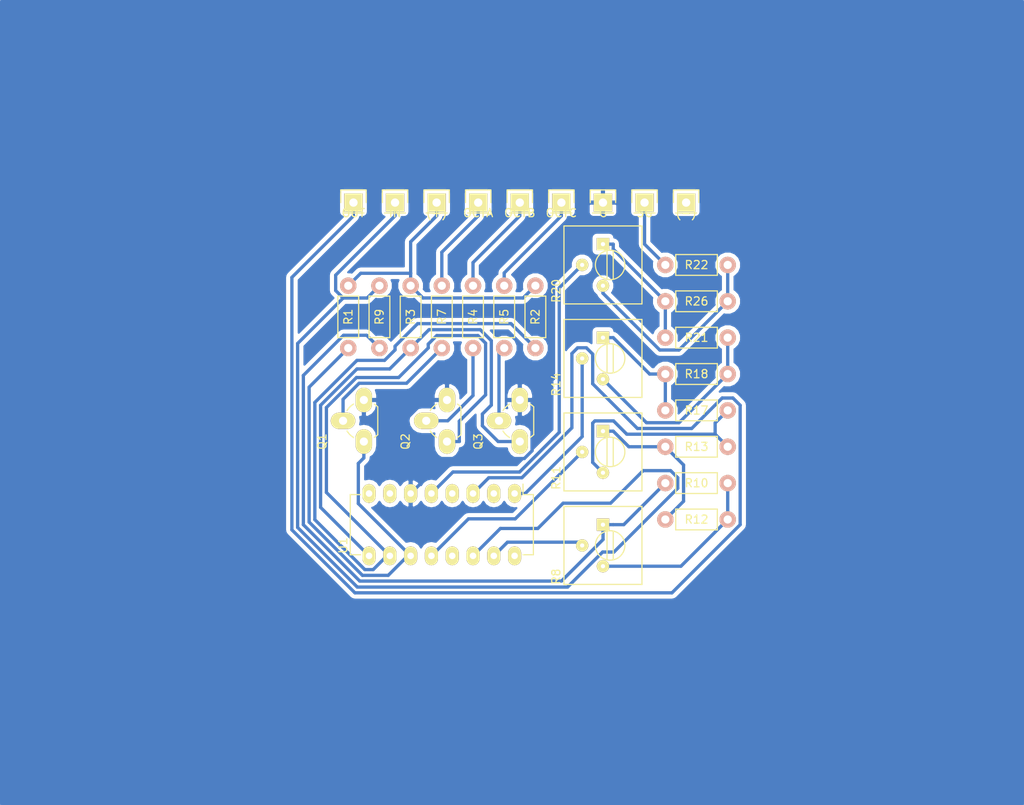
<source format=kicad_pcb>
(kicad_pcb (version 4) (host pcbnew 4.0.4-stable)

  (general
    (links 43)
    (no_connects 0)
    (area 145.415 38.1 270.510001 136.525001)
    (thickness 1.6)
    (drawings 0)
    (tracks 197)
    (zones 0)
    (modules 32)
    (nets 27)
  )

  (page A4)
  (layers
    (0 F.Cu signal)
    (31 B.Cu signal)
    (32 B.Adhes user)
    (33 F.Adhes user)
    (34 B.Paste user)
    (35 F.Paste user)
    (36 B.SilkS user)
    (37 F.SilkS user)
    (38 B.Mask user)
    (39 F.Mask user)
    (40 Dwgs.User user)
    (41 Cmts.User user)
    (42 Eco1.User user)
    (43 Eco2.User user)
    (44 Edge.Cuts user)
    (45 Margin user)
    (46 B.CrtYd user)
    (47 F.CrtYd user)
    (48 B.Fab user)
    (49 F.Fab user)
  )

  (setup
    (last_trace_width 0.4)
    (trace_clearance 0.3)
    (zone_clearance 0.508)
    (zone_45_only yes)
    (trace_min 0.2)
    (segment_width 0.2)
    (edge_width 0.15)
    (via_size 0.6)
    (via_drill 0.4)
    (via_min_size 0.4)
    (via_min_drill 0.3)
    (uvia_size 0.3)
    (uvia_drill 0.1)
    (uvias_allowed no)
    (uvia_min_size 0.2)
    (uvia_min_drill 0.1)
    (pcb_text_width 0.3)
    (pcb_text_size 1.5 1.5)
    (mod_edge_width 0.15)
    (mod_text_size 1 1)
    (mod_text_width 0.15)
    (pad_size 1.524 1.524)
    (pad_drill 0.762)
    (pad_to_mask_clearance 0.2)
    (aux_axis_origin 0 0)
    (visible_elements FFFFFF7F)
    (pcbplotparams
      (layerselection 0x00030_80000001)
      (usegerberextensions false)
      (excludeedgelayer true)
      (linewidth 0.100000)
      (plotframeref false)
      (viasonmask false)
      (mode 1)
      (useauxorigin false)
      (hpglpennumber 1)
      (hpglpenspeed 20)
      (hpglpendiameter 15)
      (hpglpenoverlay 2)
      (psnegative false)
      (psa4output false)
      (plotreference true)
      (plotvalue true)
      (plotinvisibletext false)
      (padsonsilk false)
      (subtractmaskfromsilk false)
      (outputformat 1)
      (mirror false)
      (drillshape 1)
      (scaleselection 1)
      (outputdirectory ""))
  )

  (net 0 "")
  (net 1 "Net-(Q1-Pad2)")
  (net 2 "Net-(Q1-Pad1)")
  (net 3 GNDREF)
  (net 4 "Net-(Q2-Pad2)")
  (net 5 "Net-(Q2-Pad1)")
  (net 6 "Net-(Q3-Pad2)")
  (net 7 "Net-(Q3-Pad1)")
  (net 8 "Net-(R10-Pad1)")
  (net 9 "Net-(R10-Pad2)")
  (net 10 "Net-(R8-Pad2)")
  (net 11 "Net-(R11-Pad3)")
  (net 12 "Net-(R11-Pad1)")
  (net 13 "Net-(R11-Pad2)")
  (net 14 "Net-(R14-Pad3)")
  (net 15 "Net-(R14-Pad1)")
  (net 16 "Net-(R14-Pad2)")
  (net 17 "Net-(R20-Pad3)")
  (net 18 "Net-(R20-Pad1)")
  (net 19 "Net-(R20-Pad2)")
  (net 20 "Net-(P1-Pad1)")
  (net 21 "Net-(P2-Pad1)")
  (net 22 "Net-(P3-Pad1)")
  (net 23 "Net-(P4-Pad1)")
  (net 24 "Net-(P5-Pad1)")
  (net 25 "Net-(P6-Pad1)")
  (net 26 "Net-(P8-Pad1)")

  (net_class Default "This is the default net class."
    (clearance 0.3)
    (trace_width 0.4)
    (via_dia 0.6)
    (via_drill 0.4)
    (uvia_dia 0.3)
    (uvia_drill 0.1)
    (add_net GNDREF)
    (add_net "Net-(P1-Pad1)")
    (add_net "Net-(P2-Pad1)")
    (add_net "Net-(P3-Pad1)")
    (add_net "Net-(P4-Pad1)")
    (add_net "Net-(P5-Pad1)")
    (add_net "Net-(P6-Pad1)")
    (add_net "Net-(P8-Pad1)")
    (add_net "Net-(Q1-Pad1)")
    (add_net "Net-(Q1-Pad2)")
    (add_net "Net-(Q2-Pad1)")
    (add_net "Net-(Q2-Pad2)")
    (add_net "Net-(Q3-Pad1)")
    (add_net "Net-(Q3-Pad2)")
    (add_net "Net-(R10-Pad1)")
    (add_net "Net-(R10-Pad2)")
    (add_net "Net-(R11-Pad1)")
    (add_net "Net-(R11-Pad2)")
    (add_net "Net-(R11-Pad3)")
    (add_net "Net-(R14-Pad1)")
    (add_net "Net-(R14-Pad2)")
    (add_net "Net-(R14-Pad3)")
    (add_net "Net-(R20-Pad1)")
    (add_net "Net-(R20-Pad2)")
    (add_net "Net-(R20-Pad3)")
    (add_net "Net-(R8-Pad2)")
  )

  (module TO_SOT_Packages_THT:TO-92_Rugged (layer F.Cu) (tedit 58146267) (tstamp 580EE64E)
    (at 189.865 92.075 90)
    (descr "TO-92 rugged, leads molded, wide, drill 1mm (see NXP sot054_po.pdf)")
    (tags "to-92 sc-43 sc-43a sot54 PA33 transistor")
    (path /5810301A)
    (fp_text reference Q1 (at 0 -5.08 90) (layer F.SilkS)
      (effects (font (size 1 1) (thickness 0.15)))
    )
    (fp_text value NPN (at 0 3 90) (layer F.Fab)
      (effects (font (size 1 1) (thickness 0.15)))
    )
    (fp_arc (start 2.54 0) (end 0.49 -1.25) (angle 27.25399767) (layer F.SilkS) (width 0.15))
    (fp_arc (start 2.54 0) (end 4.59 -1.25) (angle -27.25399767) (layer F.SilkS) (width 0.15))
    (fp_arc (start 2.54 0) (end 0.84 1.7) (angle 12.99463195) (layer F.SilkS) (width 0.15))
    (fp_arc (start 2.54 0) (end 4.24 1.7) (angle -12.99463195) (layer F.SilkS) (width 0.15))
    (fp_line (start -1.75 1.95) (end -1.75 -4.3) (layer F.CrtYd) (width 0.05))
    (fp_line (start -1.75 1.95) (end 6.85 1.95) (layer F.CrtYd) (width 0.05))
    (fp_line (start 0.84 1.7) (end 4.24 1.7) (layer F.SilkS) (width 0.15))
    (fp_line (start -1.75 -4.3) (end 6.85 -4.3) (layer F.CrtYd) (width 0.05))
    (fp_line (start 6.85 1.95) (end 6.85 -4.3) (layer F.CrtYd) (width 0.05))
    (pad 2 thru_hole oval (at 2.54 -2.54 180) (size 2.99974 1.99898) (drill 1) (layers *.Cu *.Mask F.SilkS)
      (net 1 "Net-(Q1-Pad2)"))
    (pad 1 thru_hole oval (at 0 0 180) (size 1.99898 2.99974) (drill 1) (layers *.Cu *.Mask F.SilkS)
      (net 2 "Net-(Q1-Pad1)"))
    (pad 3 thru_hole oval (at 5.08 0 180) (size 1.99898 2.99974) (drill 1) (layers *.Cu *.Mask F.SilkS)
      (net 3 GNDREF))
    (model TO_SOT_Packages_THT.3dshapes/TO-92_Rugged.wrl
      (at (xyz 0.1 0 0))
      (scale (xyz 1 1 1))
      (rotate (xyz 0 0 -90))
    )
  )

  (module TO_SOT_Packages_THT:TO-92_Rugged (layer F.Cu) (tedit 5814626A) (tstamp 580EE655)
    (at 200.025 92.075 90)
    (descr "TO-92 rugged, leads molded, wide, drill 1mm (see NXP sot054_po.pdf)")
    (tags "to-92 sc-43 sc-43a sot54 PA33 transistor")
    (path /58103137)
    (fp_text reference Q2 (at 0 -5.08 90) (layer F.SilkS)
      (effects (font (size 1 1) (thickness 0.15)))
    )
    (fp_text value NPN (at 0 3 90) (layer F.Fab)
      (effects (font (size 1 1) (thickness 0.15)))
    )
    (fp_arc (start 2.54 0) (end 0.49 -1.25) (angle 27.25399767) (layer F.SilkS) (width 0.15))
    (fp_arc (start 2.54 0) (end 4.59 -1.25) (angle -27.25399767) (layer F.SilkS) (width 0.15))
    (fp_arc (start 2.54 0) (end 0.84 1.7) (angle 12.99463195) (layer F.SilkS) (width 0.15))
    (fp_arc (start 2.54 0) (end 4.24 1.7) (angle -12.99463195) (layer F.SilkS) (width 0.15))
    (fp_line (start -1.75 1.95) (end -1.75 -4.3) (layer F.CrtYd) (width 0.05))
    (fp_line (start -1.75 1.95) (end 6.85 1.95) (layer F.CrtYd) (width 0.05))
    (fp_line (start 0.84 1.7) (end 4.24 1.7) (layer F.SilkS) (width 0.15))
    (fp_line (start -1.75 -4.3) (end 6.85 -4.3) (layer F.CrtYd) (width 0.05))
    (fp_line (start 6.85 1.95) (end 6.85 -4.3) (layer F.CrtYd) (width 0.05))
    (pad 2 thru_hole oval (at 2.54 -2.54 180) (size 2.99974 1.99898) (drill 1) (layers *.Cu *.Mask F.SilkS)
      (net 4 "Net-(Q2-Pad2)"))
    (pad 1 thru_hole oval (at 0 0 180) (size 1.99898 2.99974) (drill 1) (layers *.Cu *.Mask F.SilkS)
      (net 5 "Net-(Q2-Pad1)"))
    (pad 3 thru_hole oval (at 5.08 0 180) (size 1.99898 2.99974) (drill 1) (layers *.Cu *.Mask F.SilkS)
      (net 3 GNDREF))
    (model TO_SOT_Packages_THT.3dshapes/TO-92_Rugged.wrl
      (at (xyz 0.1 0 0))
      (scale (xyz 1 1 1))
      (rotate (xyz 0 0 -90))
    )
  )

  (module TO_SOT_Packages_THT:TO-92_Rugged (layer F.Cu) (tedit 5814626F) (tstamp 580EE65C)
    (at 208.915 92.075 90)
    (descr "TO-92 rugged, leads molded, wide, drill 1mm (see NXP sot054_po.pdf)")
    (tags "to-92 sc-43 sc-43a sot54 PA33 transistor")
    (path /58103200)
    (fp_text reference Q3 (at 0 -5.08 90) (layer F.SilkS)
      (effects (font (size 1 1) (thickness 0.15)))
    )
    (fp_text value NPN (at 0 3 90) (layer F.Fab)
      (effects (font (size 1 1) (thickness 0.15)))
    )
    (fp_arc (start 2.54 0) (end 0.49 -1.25) (angle 27.25399767) (layer F.SilkS) (width 0.15))
    (fp_arc (start 2.54 0) (end 4.59 -1.25) (angle -27.25399767) (layer F.SilkS) (width 0.15))
    (fp_arc (start 2.54 0) (end 0.84 1.7) (angle 12.99463195) (layer F.SilkS) (width 0.15))
    (fp_arc (start 2.54 0) (end 4.24 1.7) (angle -12.99463195) (layer F.SilkS) (width 0.15))
    (fp_line (start -1.75 1.95) (end -1.75 -4.3) (layer F.CrtYd) (width 0.05))
    (fp_line (start -1.75 1.95) (end 6.85 1.95) (layer F.CrtYd) (width 0.05))
    (fp_line (start 0.84 1.7) (end 4.24 1.7) (layer F.SilkS) (width 0.15))
    (fp_line (start -1.75 -4.3) (end 6.85 -4.3) (layer F.CrtYd) (width 0.05))
    (fp_line (start 6.85 1.95) (end 6.85 -4.3) (layer F.CrtYd) (width 0.05))
    (pad 2 thru_hole oval (at 2.54 -2.54 180) (size 2.99974 1.99898) (drill 1) (layers *.Cu *.Mask F.SilkS)
      (net 6 "Net-(Q3-Pad2)"))
    (pad 1 thru_hole oval (at 0 0 180) (size 1.99898 2.99974) (drill 1) (layers *.Cu *.Mask F.SilkS)
      (net 7 "Net-(Q3-Pad1)"))
    (pad 3 thru_hole oval (at 5.08 0 180) (size 1.99898 2.99974) (drill 1) (layers *.Cu *.Mask F.SilkS)
      (net 3 GNDREF))
    (model TO_SOT_Packages_THT.3dshapes/TO-92_Rugged.wrl
      (at (xyz 0.1 0 0))
      (scale (xyz 1 1 1))
      (rotate (xyz 0 0 -90))
    )
  )

  (module Resistors_ThroughHole:Resistor_Horizontal_RM7mm (layer F.Cu) (tedit 581461D6) (tstamp 580EE662)
    (at 187.96 73.025 270)
    (descr "Resistor, Axial,  RM 7.62mm, 1/3W,")
    (tags "Resistor Axial RM 7.62mm 1/3W R3")
    (path /580EDA78)
    (fp_text reference R1 (at 3.81 0 270) (layer F.SilkS)
      (effects (font (size 1 1) (thickness 0.15)))
    )
    (fp_text value 10k (at 3.81 3.81 270) (layer F.Fab)
      (effects (font (size 1 1) (thickness 0.15)))
    )
    (fp_line (start -1.25 -1.5) (end 8.85 -1.5) (layer F.CrtYd) (width 0.05))
    (fp_line (start -1.25 1.5) (end -1.25 -1.5) (layer F.CrtYd) (width 0.05))
    (fp_line (start 8.85 -1.5) (end 8.85 1.5) (layer F.CrtYd) (width 0.05))
    (fp_line (start -1.25 1.5) (end 8.85 1.5) (layer F.CrtYd) (width 0.05))
    (fp_line (start 1.27 -1.27) (end 6.35 -1.27) (layer F.SilkS) (width 0.15))
    (fp_line (start 6.35 -1.27) (end 6.35 1.27) (layer F.SilkS) (width 0.15))
    (fp_line (start 6.35 1.27) (end 1.27 1.27) (layer F.SilkS) (width 0.15))
    (fp_line (start 1.27 1.27) (end 1.27 -1.27) (layer F.SilkS) (width 0.15))
    (pad 1 thru_hole circle (at 0 0 270) (size 1.99898 1.99898) (drill 1.00076) (layers *.Cu *.SilkS *.Mask)
      (net 22 "Net-(P3-Pad1)"))
    (pad 2 thru_hole circle (at 7.62 0 270) (size 1.99898 1.99898) (drill 1.00076) (layers *.Cu *.SilkS *.Mask)
      (net 2 "Net-(Q1-Pad1)"))
  )

  (module Resistors_ThroughHole:Resistor_Horizontal_RM7mm (layer F.Cu) (tedit 58146212) (tstamp 580EE668)
    (at 210.82 73.025 270)
    (descr "Resistor, Axial,  RM 7.62mm, 1/3W,")
    (tags "Resistor Axial RM 7.62mm 1/3W R3")
    (path /580EDAA7)
    (fp_text reference R2 (at 3.81 0 270) (layer F.SilkS)
      (effects (font (size 1 1) (thickness 0.15)))
    )
    (fp_text value 10k (at 3.81 3.81 270) (layer F.Fab)
      (effects (font (size 1 1) (thickness 0.15)))
    )
    (fp_line (start -1.25 -1.5) (end 8.85 -1.5) (layer F.CrtYd) (width 0.05))
    (fp_line (start -1.25 1.5) (end -1.25 -1.5) (layer F.CrtYd) (width 0.05))
    (fp_line (start 8.85 -1.5) (end 8.85 1.5) (layer F.CrtYd) (width 0.05))
    (fp_line (start -1.25 1.5) (end 8.85 1.5) (layer F.CrtYd) (width 0.05))
    (fp_line (start 1.27 -1.27) (end 6.35 -1.27) (layer F.SilkS) (width 0.15))
    (fp_line (start 6.35 -1.27) (end 6.35 1.27) (layer F.SilkS) (width 0.15))
    (fp_line (start 6.35 1.27) (end 1.27 1.27) (layer F.SilkS) (width 0.15))
    (fp_line (start 1.27 1.27) (end 1.27 -1.27) (layer F.SilkS) (width 0.15))
    (pad 1 thru_hole circle (at 0 0 270) (size 1.99898 1.99898) (drill 1.00076) (layers *.Cu *.SilkS *.Mask)
      (net 22 "Net-(P3-Pad1)"))
    (pad 2 thru_hole circle (at 7.62 0 270) (size 1.99898 1.99898) (drill 1.00076) (layers *.Cu *.SilkS *.Mask)
      (net 5 "Net-(Q2-Pad1)"))
  )

  (module Resistors_ThroughHole:Resistor_Horizontal_RM7mm (layer F.Cu) (tedit 581461ED) (tstamp 580EE66E)
    (at 195.58 73.025 270)
    (descr "Resistor, Axial,  RM 7.62mm, 1/3W,")
    (tags "Resistor Axial RM 7.62mm 1/3W R3")
    (path /580EDACC)
    (fp_text reference R3 (at 3.81 0 270) (layer F.SilkS)
      (effects (font (size 1 1) (thickness 0.15)))
    )
    (fp_text value 10k (at 3.81 3.81 270) (layer F.Fab)
      (effects (font (size 1 1) (thickness 0.15)))
    )
    (fp_line (start -1.25 -1.5) (end 8.85 -1.5) (layer F.CrtYd) (width 0.05))
    (fp_line (start -1.25 1.5) (end -1.25 -1.5) (layer F.CrtYd) (width 0.05))
    (fp_line (start 8.85 -1.5) (end 8.85 1.5) (layer F.CrtYd) (width 0.05))
    (fp_line (start -1.25 1.5) (end 8.85 1.5) (layer F.CrtYd) (width 0.05))
    (fp_line (start 1.27 -1.27) (end 6.35 -1.27) (layer F.SilkS) (width 0.15))
    (fp_line (start 6.35 -1.27) (end 6.35 1.27) (layer F.SilkS) (width 0.15))
    (fp_line (start 6.35 1.27) (end 1.27 1.27) (layer F.SilkS) (width 0.15))
    (fp_line (start 1.27 1.27) (end 1.27 -1.27) (layer F.SilkS) (width 0.15))
    (pad 1 thru_hole circle (at 0 0 270) (size 1.99898 1.99898) (drill 1.00076) (layers *.Cu *.SilkS *.Mask)
      (net 22 "Net-(P3-Pad1)"))
    (pad 2 thru_hole circle (at 7.62 0 270) (size 1.99898 1.99898) (drill 1.00076) (layers *.Cu *.SilkS *.Mask)
      (net 7 "Net-(Q3-Pad1)"))
  )

  (module Resistors_ThroughHole:Resistor_Horizontal_RM7mm (layer F.Cu) (tedit 5814620F) (tstamp 580EE674)
    (at 203.2 80.645 90)
    (descr "Resistor, Axial,  RM 7.62mm, 1/3W,")
    (tags "Resistor Axial RM 7.62mm 1/3W R3")
    (path /580EE3CF)
    (fp_text reference R4 (at 3.81 0 90) (layer F.SilkS)
      (effects (font (size 1 1) (thickness 0.15)))
    )
    (fp_text value 10k (at 3.81 3.81 90) (layer F.Fab)
      (effects (font (size 1 1) (thickness 0.15)))
    )
    (fp_line (start -1.25 -1.5) (end 8.85 -1.5) (layer F.CrtYd) (width 0.05))
    (fp_line (start -1.25 1.5) (end -1.25 -1.5) (layer F.CrtYd) (width 0.05))
    (fp_line (start 8.85 -1.5) (end 8.85 1.5) (layer F.CrtYd) (width 0.05))
    (fp_line (start -1.25 1.5) (end 8.85 1.5) (layer F.CrtYd) (width 0.05))
    (fp_line (start 1.27 -1.27) (end 6.35 -1.27) (layer F.SilkS) (width 0.15))
    (fp_line (start 6.35 -1.27) (end 6.35 1.27) (layer F.SilkS) (width 0.15))
    (fp_line (start 6.35 1.27) (end 1.27 1.27) (layer F.SilkS) (width 0.15))
    (fp_line (start 1.27 1.27) (end 1.27 -1.27) (layer F.SilkS) (width 0.15))
    (pad 1 thru_hole circle (at 0 0 90) (size 1.99898 1.99898) (drill 1.00076) (layers *.Cu *.SilkS *.Mask)
      (net 4 "Net-(Q2-Pad2)"))
    (pad 2 thru_hole circle (at 7.62 0 90) (size 1.99898 1.99898) (drill 1.00076) (layers *.Cu *.SilkS *.Mask)
      (net 24 "Net-(P5-Pad1)"))
  )

  (module Resistors_ThroughHole:Resistor_Horizontal_RM7mm (layer F.Cu) (tedit 5814620C) (tstamp 580EE67A)
    (at 207.01 80.645 90)
    (descr "Resistor, Axial,  RM 7.62mm, 1/3W,")
    (tags "Resistor Axial RM 7.62mm 1/3W R3")
    (path /580EE113)
    (fp_text reference R5 (at 3.81 0 90) (layer F.SilkS)
      (effects (font (size 1 1) (thickness 0.15)))
    )
    (fp_text value 10k (at 3.81 3.81 90) (layer F.Fab)
      (effects (font (size 1 1) (thickness 0.15)))
    )
    (fp_line (start -1.25 -1.5) (end 8.85 -1.5) (layer F.CrtYd) (width 0.05))
    (fp_line (start -1.25 1.5) (end -1.25 -1.5) (layer F.CrtYd) (width 0.05))
    (fp_line (start 8.85 -1.5) (end 8.85 1.5) (layer F.CrtYd) (width 0.05))
    (fp_line (start -1.25 1.5) (end 8.85 1.5) (layer F.CrtYd) (width 0.05))
    (fp_line (start 1.27 -1.27) (end 6.35 -1.27) (layer F.SilkS) (width 0.15))
    (fp_line (start 6.35 -1.27) (end 6.35 1.27) (layer F.SilkS) (width 0.15))
    (fp_line (start 6.35 1.27) (end 1.27 1.27) (layer F.SilkS) (width 0.15))
    (fp_line (start 1.27 1.27) (end 1.27 -1.27) (layer F.SilkS) (width 0.15))
    (pad 1 thru_hole circle (at 0 0 90) (size 1.99898 1.99898) (drill 1.00076) (layers *.Cu *.SilkS *.Mask)
      (net 6 "Net-(Q3-Pad2)"))
    (pad 2 thru_hole circle (at 7.62 0 90) (size 1.99898 1.99898) (drill 1.00076) (layers *.Cu *.SilkS *.Mask)
      (net 25 "Net-(P6-Pad1)"))
  )

  (module Resistors_ThroughHole:Resistor_Horizontal_RM7mm (layer F.Cu) (tedit 581461FA) (tstamp 580EE680)
    (at 199.39 80.645 90)
    (descr "Resistor, Axial,  RM 7.62mm, 1/3W,")
    (tags "Resistor Axial RM 7.62mm 1/3W R3")
    (path /580EDA23)
    (fp_text reference R7 (at 3.81 0 90) (layer F.SilkS)
      (effects (font (size 1 1) (thickness 0.15)))
    )
    (fp_text value 10k (at 3.81 3.81 90) (layer F.Fab)
      (effects (font (size 1 1) (thickness 0.15)))
    )
    (fp_line (start -1.25 -1.5) (end 8.85 -1.5) (layer F.CrtYd) (width 0.05))
    (fp_line (start -1.25 1.5) (end -1.25 -1.5) (layer F.CrtYd) (width 0.05))
    (fp_line (start 8.85 -1.5) (end 8.85 1.5) (layer F.CrtYd) (width 0.05))
    (fp_line (start -1.25 1.5) (end 8.85 1.5) (layer F.CrtYd) (width 0.05))
    (fp_line (start 1.27 -1.27) (end 6.35 -1.27) (layer F.SilkS) (width 0.15))
    (fp_line (start 6.35 -1.27) (end 6.35 1.27) (layer F.SilkS) (width 0.15))
    (fp_line (start 6.35 1.27) (end 1.27 1.27) (layer F.SilkS) (width 0.15))
    (fp_line (start 1.27 1.27) (end 1.27 -1.27) (layer F.SilkS) (width 0.15))
    (pad 1 thru_hole circle (at 0 0 90) (size 1.99898 1.99898) (drill 1.00076) (layers *.Cu *.SilkS *.Mask)
      (net 1 "Net-(Q1-Pad2)"))
    (pad 2 thru_hole circle (at 7.62 0 90) (size 1.99898 1.99898) (drill 1.00076) (layers *.Cu *.SilkS *.Mask)
      (net 23 "Net-(P4-Pad1)"))
  )

  (module Potentiometers:Potentiometer_Trimmer-Suntan-TSR-3386P (layer F.Cu) (tedit 58146275) (tstamp 580EE687)
    (at 219.075 102.235 270)
    (path /580F175F)
    (fp_text reference R8 (at 6.35 5.715 270) (layer F.SilkS)
      (effects (font (size 1 1) (thickness 0.15)))
    )
    (fp_text value 1K (at 2.54 6.096 270) (layer F.Fab)
      (effects (font (size 1 1) (thickness 0.15)))
    )
    (fp_line (start 0.84 -1.255) (end 4.24 -1.255) (layer F.SilkS) (width 0.15))
    (fp_line (start 0.84 -0.495) (end 4.24 -0.495) (layer F.SilkS) (width 0.15))
    (fp_line (start -2.225 -4.765) (end 7.305 -4.765) (layer F.SilkS) (width 0.15))
    (fp_line (start 7.305 -4.765) (end 7.305 4.765) (layer F.SilkS) (width 0.15))
    (fp_line (start 7.305 4.765) (end -2.225 4.765) (layer F.SilkS) (width 0.15))
    (fp_line (start -2.225 4.765) (end -2.225 -4.765) (layer F.SilkS) (width 0.15))
    (fp_circle (center 2.54 -0.875) (end 4.115 0) (layer F.SilkS) (width 0.15))
    (pad 3 thru_hole circle (at 5.08 0 270) (size 1.51 1.51) (drill 0.51) (layers *.Cu *.Mask F.SilkS)
      (net 8 "Net-(R10-Pad1)"))
    (pad 1 thru_hole rect (at 0 0 270) (size 1.51 1.51) (drill 0.51) (layers *.Cu *.Mask F.SilkS)
      (net 9 "Net-(R10-Pad2)"))
    (pad 2 thru_hole circle (at 2.54 2.54 270) (size 1.51 1.51) (drill 0.51) (layers *.Cu *.Mask F.SilkS)
      (net 10 "Net-(R8-Pad2)"))
  )

  (module Resistors_ThroughHole:Resistor_Horizontal_RM7mm (layer F.Cu) (tedit 581461D2) (tstamp 580EE68D)
    (at 191.77 80.645 90)
    (descr "Resistor, Axial,  RM 7.62mm, 1/3W,")
    (tags "Resistor Axial RM 7.62mm 1/3W R3")
    (path /580F1B81)
    (fp_text reference R9 (at 3.81 0 90) (layer F.SilkS)
      (effects (font (size 1 1) (thickness 0.15)))
    )
    (fp_text value 390 (at 3.81 3.81 90) (layer F.Fab)
      (effects (font (size 1 1) (thickness 0.15)))
    )
    (fp_line (start -1.25 -1.5) (end 8.85 -1.5) (layer F.CrtYd) (width 0.05))
    (fp_line (start -1.25 1.5) (end -1.25 -1.5) (layer F.CrtYd) (width 0.05))
    (fp_line (start 8.85 -1.5) (end 8.85 1.5) (layer F.CrtYd) (width 0.05))
    (fp_line (start -1.25 1.5) (end 8.85 1.5) (layer F.CrtYd) (width 0.05))
    (fp_line (start 1.27 -1.27) (end 6.35 -1.27) (layer F.SilkS) (width 0.15))
    (fp_line (start 6.35 -1.27) (end 6.35 1.27) (layer F.SilkS) (width 0.15))
    (fp_line (start 6.35 1.27) (end 1.27 1.27) (layer F.SilkS) (width 0.15))
    (fp_line (start 1.27 1.27) (end 1.27 -1.27) (layer F.SilkS) (width 0.15))
    (pad 1 thru_hole circle (at 0 0 90) (size 1.99898 1.99898) (drill 1.00076) (layers *.Cu *.SilkS *.Mask)
      (net 9 "Net-(R10-Pad2)"))
    (pad 2 thru_hole circle (at 7.62 0 90) (size 1.99898 1.99898) (drill 1.00076) (layers *.Cu *.SilkS *.Mask)
      (net 21 "Net-(P2-Pad1)"))
  )

  (module Resistors_ThroughHole:Resistor_Horizontal_RM7mm (layer F.Cu) (tedit 5814624E) (tstamp 580EE693)
    (at 234.315 97.155 180)
    (descr "Resistor, Axial,  RM 7.62mm, 1/3W,")
    (tags "Resistor Axial RM 7.62mm 1/3W R3")
    (path /580F1ABA)
    (fp_text reference R10 (at 3.81 0 180) (layer F.SilkS)
      (effects (font (size 1 1) (thickness 0.15)))
    )
    (fp_text value 270 (at 3.81 3.81 180) (layer F.Fab)
      (effects (font (size 1 1) (thickness 0.15)))
    )
    (fp_line (start -1.25 -1.5) (end 8.85 -1.5) (layer F.CrtYd) (width 0.05))
    (fp_line (start -1.25 1.5) (end -1.25 -1.5) (layer F.CrtYd) (width 0.05))
    (fp_line (start 8.85 -1.5) (end 8.85 1.5) (layer F.CrtYd) (width 0.05))
    (fp_line (start -1.25 1.5) (end 8.85 1.5) (layer F.CrtYd) (width 0.05))
    (fp_line (start 1.27 -1.27) (end 6.35 -1.27) (layer F.SilkS) (width 0.15))
    (fp_line (start 6.35 -1.27) (end 6.35 1.27) (layer F.SilkS) (width 0.15))
    (fp_line (start 6.35 1.27) (end 1.27 1.27) (layer F.SilkS) (width 0.15))
    (fp_line (start 1.27 1.27) (end 1.27 -1.27) (layer F.SilkS) (width 0.15))
    (pad 1 thru_hole circle (at 0 0 180) (size 1.99898 1.99898) (drill 1.00076) (layers *.Cu *.SilkS *.Mask)
      (net 8 "Net-(R10-Pad1)"))
    (pad 2 thru_hole circle (at 7.62 0 180) (size 1.99898 1.99898) (drill 1.00076) (layers *.Cu *.SilkS *.Mask)
      (net 9 "Net-(R10-Pad2)"))
  )

  (module Potentiometers:Potentiometer_Trimmer-Suntan-TSR-3386P (layer F.Cu) (tedit 58146279) (tstamp 580EE69A)
    (at 219.075 90.805 270)
    (path /580F1EF1)
    (fp_text reference R11 (at 5.715 5.715 270) (layer F.SilkS)
      (effects (font (size 1 1) (thickness 0.15)))
    )
    (fp_text value 1K (at 2.54 6.096 270) (layer F.Fab)
      (effects (font (size 1 1) (thickness 0.15)))
    )
    (fp_line (start 0.84 -1.255) (end 4.24 -1.255) (layer F.SilkS) (width 0.15))
    (fp_line (start 0.84 -0.495) (end 4.24 -0.495) (layer F.SilkS) (width 0.15))
    (fp_line (start -2.225 -4.765) (end 7.305 -4.765) (layer F.SilkS) (width 0.15))
    (fp_line (start 7.305 -4.765) (end 7.305 4.765) (layer F.SilkS) (width 0.15))
    (fp_line (start 7.305 4.765) (end -2.225 4.765) (layer F.SilkS) (width 0.15))
    (fp_line (start -2.225 4.765) (end -2.225 -4.765) (layer F.SilkS) (width 0.15))
    (fp_circle (center 2.54 -0.875) (end 4.115 0) (layer F.SilkS) (width 0.15))
    (pad 3 thru_hole circle (at 5.08 0 270) (size 1.51 1.51) (drill 0.51) (layers *.Cu *.Mask F.SilkS)
      (net 11 "Net-(R11-Pad3)"))
    (pad 1 thru_hole rect (at 0 0 270) (size 1.51 1.51) (drill 0.51) (layers *.Cu *.Mask F.SilkS)
      (net 12 "Net-(R11-Pad1)"))
    (pad 2 thru_hole circle (at 2.54 2.54 270) (size 1.51 1.51) (drill 0.51) (layers *.Cu *.Mask F.SilkS)
      (net 13 "Net-(R11-Pad2)"))
  )

  (module Resistors_ThroughHole:Resistor_Horizontal_RM7mm (layer F.Cu) (tedit 58146252) (tstamp 580EE6A0)
    (at 226.695 101.6)
    (descr "Resistor, Axial,  RM 7.62mm, 1/3W,")
    (tags "Resistor Axial RM 7.62mm 1/3W R3")
    (path /580F1EFF)
    (fp_text reference R12 (at 3.81 0) (layer F.SilkS)
      (effects (font (size 1 1) (thickness 0.15)))
    )
    (fp_text value 100 (at 3.81 3.81) (layer F.Fab)
      (effects (font (size 1 1) (thickness 0.15)))
    )
    (fp_line (start -1.25 -1.5) (end 8.85 -1.5) (layer F.CrtYd) (width 0.05))
    (fp_line (start -1.25 1.5) (end -1.25 -1.5) (layer F.CrtYd) (width 0.05))
    (fp_line (start 8.85 -1.5) (end 8.85 1.5) (layer F.CrtYd) (width 0.05))
    (fp_line (start -1.25 1.5) (end 8.85 1.5) (layer F.CrtYd) (width 0.05))
    (fp_line (start 1.27 -1.27) (end 6.35 -1.27) (layer F.SilkS) (width 0.15))
    (fp_line (start 6.35 -1.27) (end 6.35 1.27) (layer F.SilkS) (width 0.15))
    (fp_line (start 6.35 1.27) (end 1.27 1.27) (layer F.SilkS) (width 0.15))
    (fp_line (start 1.27 1.27) (end 1.27 -1.27) (layer F.SilkS) (width 0.15))
    (pad 1 thru_hole circle (at 0 0) (size 1.99898 1.99898) (drill 1.00076) (layers *.Cu *.SilkS *.Mask)
      (net 12 "Net-(R11-Pad1)"))
    (pad 2 thru_hole circle (at 7.62 0) (size 1.99898 1.99898) (drill 1.00076) (layers *.Cu *.SilkS *.Mask)
      (net 8 "Net-(R10-Pad1)"))
  )

  (module Resistors_ThroughHole:Resistor_Horizontal_RM7mm (layer F.Cu) (tedit 58146248) (tstamp 580EE6A6)
    (at 234.315 92.71 180)
    (descr "Resistor, Axial,  RM 7.62mm, 1/3W,")
    (tags "Resistor Axial RM 7.62mm 1/3W R3")
    (path /580F1EF7)
    (fp_text reference R13 (at 3.81 0 180) (layer F.SilkS)
      (effects (font (size 1 1) (thickness 0.15)))
    )
    (fp_text value 120 (at 3.81 3.81 180) (layer F.Fab)
      (effects (font (size 1 1) (thickness 0.15)))
    )
    (fp_line (start -1.25 -1.5) (end 8.85 -1.5) (layer F.CrtYd) (width 0.05))
    (fp_line (start -1.25 1.5) (end -1.25 -1.5) (layer F.CrtYd) (width 0.05))
    (fp_line (start 8.85 -1.5) (end 8.85 1.5) (layer F.CrtYd) (width 0.05))
    (fp_line (start -1.25 1.5) (end 8.85 1.5) (layer F.CrtYd) (width 0.05))
    (fp_line (start 1.27 -1.27) (end 6.35 -1.27) (layer F.SilkS) (width 0.15))
    (fp_line (start 6.35 -1.27) (end 6.35 1.27) (layer F.SilkS) (width 0.15))
    (fp_line (start 6.35 1.27) (end 1.27 1.27) (layer F.SilkS) (width 0.15))
    (fp_line (start 1.27 1.27) (end 1.27 -1.27) (layer F.SilkS) (width 0.15))
    (pad 1 thru_hole circle (at 0 0 180) (size 1.99898 1.99898) (drill 1.00076) (layers *.Cu *.SilkS *.Mask)
      (net 11 "Net-(R11-Pad3)"))
    (pad 2 thru_hole circle (at 7.62 0 180) (size 1.99898 1.99898) (drill 1.00076) (layers *.Cu *.SilkS *.Mask)
      (net 12 "Net-(R11-Pad1)"))
  )

  (module Potentiometers:Potentiometer_Trimmer-Suntan-TSR-3386P (layer F.Cu) (tedit 5814627C) (tstamp 580EE6AD)
    (at 219.075 79.375 270)
    (path /580F3069)
    (fp_text reference R14 (at 5.715 5.715 270) (layer F.SilkS)
      (effects (font (size 1 1) (thickness 0.15)))
    )
    (fp_text value 1K (at 5.715 5.715 270) (layer F.Fab)
      (effects (font (size 1 1) (thickness 0.15)))
    )
    (fp_line (start 0.84 -1.255) (end 4.24 -1.255) (layer F.SilkS) (width 0.15))
    (fp_line (start 0.84 -0.495) (end 4.24 -0.495) (layer F.SilkS) (width 0.15))
    (fp_line (start -2.225 -4.765) (end 7.305 -4.765) (layer F.SilkS) (width 0.15))
    (fp_line (start 7.305 -4.765) (end 7.305 4.765) (layer F.SilkS) (width 0.15))
    (fp_line (start 7.305 4.765) (end -2.225 4.765) (layer F.SilkS) (width 0.15))
    (fp_line (start -2.225 4.765) (end -2.225 -4.765) (layer F.SilkS) (width 0.15))
    (fp_circle (center 2.54 -0.875) (end 4.115 0) (layer F.SilkS) (width 0.15))
    (pad 3 thru_hole circle (at 5.08 0 270) (size 1.51 1.51) (drill 0.51) (layers *.Cu *.Mask F.SilkS)
      (net 14 "Net-(R14-Pad3)"))
    (pad 1 thru_hole rect (at 0 0 270) (size 1.51 1.51) (drill 0.51) (layers *.Cu *.Mask F.SilkS)
      (net 15 "Net-(R14-Pad1)"))
    (pad 2 thru_hole circle (at 2.54 2.54 270) (size 1.51 1.51) (drill 0.51) (layers *.Cu *.Mask F.SilkS)
      (net 16 "Net-(R14-Pad2)"))
  )

  (module Resistors_ThroughHole:Resistor_Horizontal_RM7mm (layer F.Cu) (tedit 5814623E) (tstamp 580EE6B3)
    (at 226.695 88.265)
    (descr "Resistor, Axial,  RM 7.62mm, 1/3W,")
    (tags "Resistor Axial RM 7.62mm 1/3W R3")
    (path /580F3077)
    (fp_text reference R17 (at 3.81 0) (layer F.SilkS)
      (effects (font (size 1 1) (thickness 0.15)))
    )
    (fp_text value 47 (at 3.81 3.81) (layer F.Fab)
      (effects (font (size 1 1) (thickness 0.15)))
    )
    (fp_line (start -1.25 -1.5) (end 8.85 -1.5) (layer F.CrtYd) (width 0.05))
    (fp_line (start -1.25 1.5) (end -1.25 -1.5) (layer F.CrtYd) (width 0.05))
    (fp_line (start 8.85 -1.5) (end 8.85 1.5) (layer F.CrtYd) (width 0.05))
    (fp_line (start -1.25 1.5) (end 8.85 1.5) (layer F.CrtYd) (width 0.05))
    (fp_line (start 1.27 -1.27) (end 6.35 -1.27) (layer F.SilkS) (width 0.15))
    (fp_line (start 6.35 -1.27) (end 6.35 1.27) (layer F.SilkS) (width 0.15))
    (fp_line (start 6.35 1.27) (end 1.27 1.27) (layer F.SilkS) (width 0.15))
    (fp_line (start 1.27 1.27) (end 1.27 -1.27) (layer F.SilkS) (width 0.15))
    (pad 1 thru_hole circle (at 0 0) (size 1.99898 1.99898) (drill 1.00076) (layers *.Cu *.SilkS *.Mask)
      (net 15 "Net-(R14-Pad1)"))
    (pad 2 thru_hole circle (at 7.62 0) (size 1.99898 1.99898) (drill 1.00076) (layers *.Cu *.SilkS *.Mask)
      (net 11 "Net-(R11-Pad3)"))
  )

  (module Resistors_ThroughHole:Resistor_Horizontal_RM7mm (layer F.Cu) (tedit 5814623B) (tstamp 580EE6B9)
    (at 234.315 83.82 180)
    (descr "Resistor, Axial,  RM 7.62mm, 1/3W,")
    (tags "Resistor Axial RM 7.62mm 1/3W R3")
    (path /580F306F)
    (fp_text reference R18 (at 3.81 0 180) (layer F.SilkS)
      (effects (font (size 1 1) (thickness 0.15)))
    )
    (fp_text value 56 (at 3.81 3.81 180) (layer F.Fab)
      (effects (font (size 1 1) (thickness 0.15)))
    )
    (fp_line (start -1.25 -1.5) (end 8.85 -1.5) (layer F.CrtYd) (width 0.05))
    (fp_line (start -1.25 1.5) (end -1.25 -1.5) (layer F.CrtYd) (width 0.05))
    (fp_line (start 8.85 -1.5) (end 8.85 1.5) (layer F.CrtYd) (width 0.05))
    (fp_line (start -1.25 1.5) (end 8.85 1.5) (layer F.CrtYd) (width 0.05))
    (fp_line (start 1.27 -1.27) (end 6.35 -1.27) (layer F.SilkS) (width 0.15))
    (fp_line (start 6.35 -1.27) (end 6.35 1.27) (layer F.SilkS) (width 0.15))
    (fp_line (start 6.35 1.27) (end 1.27 1.27) (layer F.SilkS) (width 0.15))
    (fp_line (start 1.27 1.27) (end 1.27 -1.27) (layer F.SilkS) (width 0.15))
    (pad 1 thru_hole circle (at 0 0 180) (size 1.99898 1.99898) (drill 1.00076) (layers *.Cu *.SilkS *.Mask)
      (net 14 "Net-(R14-Pad3)"))
    (pad 2 thru_hole circle (at 7.62 0 180) (size 1.99898 1.99898) (drill 1.00076) (layers *.Cu *.SilkS *.Mask)
      (net 15 "Net-(R14-Pad1)"))
  )

  (module Potentiometers:Potentiometer_Trimmer-Suntan-TSR-3386P (layer F.Cu) (tedit 58146280) (tstamp 580EE6C0)
    (at 219.075 67.945 270)
    (path /580F307D)
    (fp_text reference R20 (at 5.715 5.715 270) (layer F.SilkS)
      (effects (font (size 1 1) (thickness 0.15)))
    )
    (fp_text value 1K (at 2.54 6.096 270) (layer F.Fab)
      (effects (font (size 1 1) (thickness 0.15)))
    )
    (fp_line (start 0.84 -1.255) (end 4.24 -1.255) (layer F.SilkS) (width 0.15))
    (fp_line (start 0.84 -0.495) (end 4.24 -0.495) (layer F.SilkS) (width 0.15))
    (fp_line (start -2.225 -4.765) (end 7.305 -4.765) (layer F.SilkS) (width 0.15))
    (fp_line (start 7.305 -4.765) (end 7.305 4.765) (layer F.SilkS) (width 0.15))
    (fp_line (start 7.305 4.765) (end -2.225 4.765) (layer F.SilkS) (width 0.15))
    (fp_line (start -2.225 4.765) (end -2.225 -4.765) (layer F.SilkS) (width 0.15))
    (fp_circle (center 2.54 -0.875) (end 4.115 0) (layer F.SilkS) (width 0.15))
    (pad 3 thru_hole circle (at 5.08 0 270) (size 1.51 1.51) (drill 0.51) (layers *.Cu *.Mask F.SilkS)
      (net 17 "Net-(R20-Pad3)"))
    (pad 1 thru_hole rect (at 0 0 270) (size 1.51 1.51) (drill 0.51) (layers *.Cu *.Mask F.SilkS)
      (net 18 "Net-(R20-Pad1)"))
    (pad 2 thru_hole circle (at 2.54 2.54 270) (size 1.51 1.51) (drill 0.51) (layers *.Cu *.Mask F.SilkS)
      (net 19 "Net-(R20-Pad2)"))
  )

  (module Resistors_ThroughHole:Resistor_Horizontal_RM7mm (layer F.Cu) (tedit 58146231) (tstamp 580EE6C6)
    (at 226.695 79.375)
    (descr "Resistor, Axial,  RM 7.62mm, 1/3W,")
    (tags "Resistor Axial RM 7.62mm 1/3W R3")
    (path /580F308B)
    (fp_text reference R21 (at 3.81 0) (layer F.SilkS)
      (effects (font (size 1 1) (thickness 0.15)))
    )
    (fp_text value 22 (at 3.81 3.81) (layer F.Fab)
      (effects (font (size 1 1) (thickness 0.15)))
    )
    (fp_line (start -1.25 -1.5) (end 8.85 -1.5) (layer F.CrtYd) (width 0.05))
    (fp_line (start -1.25 1.5) (end -1.25 -1.5) (layer F.CrtYd) (width 0.05))
    (fp_line (start 8.85 -1.5) (end 8.85 1.5) (layer F.CrtYd) (width 0.05))
    (fp_line (start -1.25 1.5) (end 8.85 1.5) (layer F.CrtYd) (width 0.05))
    (fp_line (start 1.27 -1.27) (end 6.35 -1.27) (layer F.SilkS) (width 0.15))
    (fp_line (start 6.35 -1.27) (end 6.35 1.27) (layer F.SilkS) (width 0.15))
    (fp_line (start 6.35 1.27) (end 1.27 1.27) (layer F.SilkS) (width 0.15))
    (fp_line (start 1.27 1.27) (end 1.27 -1.27) (layer F.SilkS) (width 0.15))
    (pad 1 thru_hole circle (at 0 0) (size 1.99898 1.99898) (drill 1.00076) (layers *.Cu *.SilkS *.Mask)
      (net 18 "Net-(R20-Pad1)"))
    (pad 2 thru_hole circle (at 7.62 0) (size 1.99898 1.99898) (drill 1.00076) (layers *.Cu *.SilkS *.Mask)
      (net 14 "Net-(R14-Pad3)"))
  )

  (module Resistors_ThroughHole:Resistor_Horizontal_RM7mm (layer F.Cu) (tedit 58146224) (tstamp 580EE6CC)
    (at 226.695 70.485)
    (descr "Resistor, Axial,  RM 7.62mm, 1/3W,")
    (tags "Resistor Axial RM 7.62mm 1/3W R3")
    (path /580F3B3E)
    (fp_text reference R22 (at 3.81 0) (layer F.SilkS)
      (effects (font (size 1 1) (thickness 0.15)))
    )
    (fp_text value 47 (at 3.81 3.81) (layer F.Fab)
      (effects (font (size 1 1) (thickness 0.15)))
    )
    (fp_line (start -1.25 -1.5) (end 8.85 -1.5) (layer F.CrtYd) (width 0.05))
    (fp_line (start -1.25 1.5) (end -1.25 -1.5) (layer F.CrtYd) (width 0.05))
    (fp_line (start 8.85 -1.5) (end 8.85 1.5) (layer F.CrtYd) (width 0.05))
    (fp_line (start -1.25 1.5) (end 8.85 1.5) (layer F.CrtYd) (width 0.05))
    (fp_line (start 1.27 -1.27) (end 6.35 -1.27) (layer F.SilkS) (width 0.15))
    (fp_line (start 6.35 -1.27) (end 6.35 1.27) (layer F.SilkS) (width 0.15))
    (fp_line (start 6.35 1.27) (end 1.27 1.27) (layer F.SilkS) (width 0.15))
    (fp_line (start 1.27 1.27) (end 1.27 -1.27) (layer F.SilkS) (width 0.15))
    (pad 1 thru_hole circle (at 0 0) (size 1.99898 1.99898) (drill 1.00076) (layers *.Cu *.SilkS *.Mask)
      (net 26 "Net-(P8-Pad1)"))
    (pad 2 thru_hole circle (at 7.62 0) (size 1.99898 1.99898) (drill 1.00076) (layers *.Cu *.SilkS *.Mask)
      (net 17 "Net-(R20-Pad3)"))
  )

  (module Resistors_ThroughHole:Resistor_Horizontal_RM7mm (layer F.Cu) (tedit 5814622D) (tstamp 580EE6D2)
    (at 234.315 74.93 180)
    (descr "Resistor, Axial,  RM 7.62mm, 1/3W,")
    (tags "Resistor Axial RM 7.62mm 1/3W R3")
    (path /580F3083)
    (fp_text reference R26 (at 3.81 0 180) (layer F.SilkS)
      (effects (font (size 1 1) (thickness 0.15)))
    )
    (fp_text value 22 (at 3.81 3.81 180) (layer F.Fab)
      (effects (font (size 1 1) (thickness 0.15)))
    )
    (fp_line (start -1.25 -1.5) (end 8.85 -1.5) (layer F.CrtYd) (width 0.05))
    (fp_line (start -1.25 1.5) (end -1.25 -1.5) (layer F.CrtYd) (width 0.05))
    (fp_line (start 8.85 -1.5) (end 8.85 1.5) (layer F.CrtYd) (width 0.05))
    (fp_line (start -1.25 1.5) (end 8.85 1.5) (layer F.CrtYd) (width 0.05))
    (fp_line (start 1.27 -1.27) (end 6.35 -1.27) (layer F.SilkS) (width 0.15))
    (fp_line (start 6.35 -1.27) (end 6.35 1.27) (layer F.SilkS) (width 0.15))
    (fp_line (start 6.35 1.27) (end 1.27 1.27) (layer F.SilkS) (width 0.15))
    (fp_line (start 1.27 1.27) (end 1.27 -1.27) (layer F.SilkS) (width 0.15))
    (pad 1 thru_hole circle (at 0 0 180) (size 1.99898 1.99898) (drill 1.00076) (layers *.Cu *.SilkS *.Mask)
      (net 17 "Net-(R20-Pad3)"))
    (pad 2 thru_hole circle (at 7.62 0 180) (size 1.99898 1.99898) (drill 1.00076) (layers *.Cu *.SilkS *.Mask)
      (net 18 "Net-(R20-Pad1)"))
  )

  (module Housings_DIP:DIP-16_W7.62mm_LongPads (layer F.Cu) (tedit 58146261) (tstamp 580EE6E6)
    (at 208.28 98.425 270)
    (descr "16-lead dip package, row spacing 7.62 mm (300 mils), longer pads")
    (tags "dil dip 2.54 300")
    (path /580ED26E)
    (fp_text reference U1 (at 6.35 20.955 270) (layer F.SilkS)
      (effects (font (size 1 1) (thickness 0.15)))
    )
    (fp_text value 4051 (at 0 -3.72 270) (layer F.Fab)
      (effects (font (size 1 1) (thickness 0.15)))
    )
    (fp_line (start -1.4 -2.45) (end -1.4 20.25) (layer F.CrtYd) (width 0.05))
    (fp_line (start 9 -2.45) (end 9 20.25) (layer F.CrtYd) (width 0.05))
    (fp_line (start -1.4 -2.45) (end 9 -2.45) (layer F.CrtYd) (width 0.05))
    (fp_line (start -1.4 20.25) (end 9 20.25) (layer F.CrtYd) (width 0.05))
    (fp_line (start 0.135 -2.295) (end 0.135 -1.025) (layer F.SilkS) (width 0.15))
    (fp_line (start 7.485 -2.295) (end 7.485 -1.025) (layer F.SilkS) (width 0.15))
    (fp_line (start 7.485 20.075) (end 7.485 18.805) (layer F.SilkS) (width 0.15))
    (fp_line (start 0.135 20.075) (end 0.135 18.805) (layer F.SilkS) (width 0.15))
    (fp_line (start 0.135 -2.295) (end 7.485 -2.295) (layer F.SilkS) (width 0.15))
    (fp_line (start 0.135 20.075) (end 7.485 20.075) (layer F.SilkS) (width 0.15))
    (fp_line (start 0.135 -1.025) (end -1.15 -1.025) (layer F.SilkS) (width 0.15))
    (pad 1 thru_hole oval (at 0 0 270) (size 2.3 1.6) (drill 0.8) (layers *.Cu *.Mask F.SilkS)
      (net 16 "Net-(R14-Pad2)"))
    (pad 2 thru_hole oval (at 0 2.54 270) (size 2.3 1.6) (drill 0.8) (layers *.Cu *.Mask F.SilkS))
    (pad 3 thru_hole oval (at 0 5.08 270) (size 2.3 1.6) (drill 0.8) (layers *.Cu *.Mask F.SilkS)
      (net 20 "Net-(P1-Pad1)"))
    (pad 4 thru_hole oval (at 0 7.62 270) (size 2.3 1.6) (drill 0.8) (layers *.Cu *.Mask F.SilkS))
    (pad 5 thru_hole oval (at 0 10.16 270) (size 2.3 1.6) (drill 0.8) (layers *.Cu *.Mask F.SilkS)
      (net 19 "Net-(R20-Pad2)"))
    (pad 6 thru_hole oval (at 0 12.7 270) (size 2.3 1.6) (drill 0.8) (layers *.Cu *.Mask F.SilkS)
      (net 3 GNDREF))
    (pad 7 thru_hole oval (at 0 15.24 270) (size 2.3 1.6) (drill 0.8) (layers *.Cu *.Mask F.SilkS))
    (pad 8 thru_hole oval (at 0 17.78 270) (size 2.3 1.6) (drill 0.8) (layers *.Cu *.Mask F.SilkS))
    (pad 9 thru_hole oval (at 7.62 17.78 270) (size 2.3 1.6) (drill 0.8) (layers *.Cu *.Mask F.SilkS)
      (net 7 "Net-(Q3-Pad1)"))
    (pad 10 thru_hole oval (at 7.62 15.24 270) (size 2.3 1.6) (drill 0.8) (layers *.Cu *.Mask F.SilkS)
      (net 5 "Net-(Q2-Pad1)"))
    (pad 11 thru_hole oval (at 7.62 12.7 270) (size 2.3 1.6) (drill 0.8) (layers *.Cu *.Mask F.SilkS)
      (net 2 "Net-(Q1-Pad1)"))
    (pad 12 thru_hole oval (at 7.62 10.16 270) (size 2.3 1.6) (drill 0.8) (layers *.Cu *.Mask F.SilkS)
      (net 13 "Net-(R11-Pad2)"))
    (pad 13 thru_hole oval (at 7.62 7.62 270) (size 2.3 1.6) (drill 0.8) (layers *.Cu *.Mask F.SilkS))
    (pad 14 thru_hole oval (at 7.62 5.08 270) (size 2.3 1.6) (drill 0.8) (layers *.Cu *.Mask F.SilkS)
      (net 21 "Net-(P2-Pad1)"))
    (pad 15 thru_hole oval (at 7.62 2.54 270) (size 2.3 1.6) (drill 0.8) (layers *.Cu *.Mask F.SilkS)
      (net 10 "Net-(R8-Pad2)"))
    (pad 16 thru_hole oval (at 7.62 0 270) (size 2.3 1.6) (drill 0.8) (layers *.Cu *.Mask F.SilkS))
    (model Housings_DIP.3dshapes/DIP-16_W7.62mm_LongPads.wrl
      (at (xyz 0 0 0))
      (scale (xyz 1 1 1))
      (rotate (xyz 0 0 0))
    )
  )

  (module Pin_Headers:Pin_Header_Straight_1x01 (layer F.Cu) (tedit 581462FC) (tstamp 580EF488)
    (at 188.595 62.865)
    (descr "Through hole pin header")
    (tags "pin header")
    (path /581050BA)
    (fp_text reference OUT (at 0 1.27) (layer F.SilkS)
      (effects (font (size 1 1) (thickness 0.15)))
    )
    (fp_text value OUT (at 0 -3.1) (layer F.Fab)
      (effects (font (size 1 1) (thickness 0.15)))
    )
    (fp_line (start 1.55 -1.55) (end 1.55 0) (layer F.SilkS) (width 0.15))
    (fp_line (start -1.75 -1.75) (end -1.75 1.75) (layer F.CrtYd) (width 0.05))
    (fp_line (start 1.75 -1.75) (end 1.75 1.75) (layer F.CrtYd) (width 0.05))
    (fp_line (start -1.75 -1.75) (end 1.75 -1.75) (layer F.CrtYd) (width 0.05))
    (fp_line (start -1.75 1.75) (end 1.75 1.75) (layer F.CrtYd) (width 0.05))
    (fp_line (start -1.55 0) (end -1.55 -1.55) (layer F.SilkS) (width 0.15))
    (fp_line (start -1.55 -1.55) (end 1.55 -1.55) (layer F.SilkS) (width 0.15))
    (fp_line (start -1.27 1.27) (end 1.27 1.27) (layer F.SilkS) (width 0.15))
    (pad 1 thru_hole rect (at 0 0) (size 2.2352 2.2352) (drill 1.016) (layers *.Cu *.Mask F.SilkS)
      (net 20 "Net-(P1-Pad1)"))
    (model Pin_Headers.3dshapes/Pin_Header_Straight_1x01.wrl
      (at (xyz 0 0 0))
      (scale (xyz 1 1 1))
      (rotate (xyz 0 0 90))
    )
  )

  (module Pin_Headers:Pin_Header_Straight_1x01 (layer F.Cu) (tedit 581462FE) (tstamp 580EF48C)
    (at 193.675 62.865)
    (descr "Through hole pin header")
    (tags "pin header")
    (path /58104492)
    (fp_text reference IN (at 0 1.27) (layer F.SilkS)
      (effects (font (size 1 1) (thickness 0.15)))
    )
    (fp_text value IN (at 0 -3.1) (layer F.Fab)
      (effects (font (size 1 1) (thickness 0.15)))
    )
    (fp_line (start 1.55 -1.55) (end 1.55 0) (layer F.SilkS) (width 0.15))
    (fp_line (start -1.75 -1.75) (end -1.75 1.75) (layer F.CrtYd) (width 0.05))
    (fp_line (start 1.75 -1.75) (end 1.75 1.75) (layer F.CrtYd) (width 0.05))
    (fp_line (start -1.75 -1.75) (end 1.75 -1.75) (layer F.CrtYd) (width 0.05))
    (fp_line (start -1.75 1.75) (end 1.75 1.75) (layer F.CrtYd) (width 0.05))
    (fp_line (start -1.55 0) (end -1.55 -1.55) (layer F.SilkS) (width 0.15))
    (fp_line (start -1.55 -1.55) (end 1.55 -1.55) (layer F.SilkS) (width 0.15))
    (fp_line (start -1.27 1.27) (end 1.27 1.27) (layer F.SilkS) (width 0.15))
    (pad 1 thru_hole rect (at 0 0) (size 2.2352 2.2352) (drill 1.016) (layers *.Cu *.Mask F.SilkS)
      (net 21 "Net-(P2-Pad1)"))
    (model Pin_Headers.3dshapes/Pin_Header_Straight_1x01.wrl
      (at (xyz 0 0 0))
      (scale (xyz 1 1 1))
      (rotate (xyz 0 0 90))
    )
  )

  (module Pin_Headers:Pin_Header_Straight_1x01 (layer F.Cu) (tedit 58146314) (tstamp 580EF490)
    (at 198.755 62.865)
    (descr "Through hole pin header")
    (tags "pin header")
    (path /58104869)
    (fp_text reference "(+)" (at 0 1.27) (layer F.SilkS)
      (effects (font (size 1 1) (thickness 0.15)))
    )
    (fp_text value "(+)" (at 0 -3.1) (layer F.Fab)
      (effects (font (size 1 1) (thickness 0.15)))
    )
    (fp_line (start 1.55 -1.55) (end 1.55 0) (layer F.SilkS) (width 0.15))
    (fp_line (start -1.75 -1.75) (end -1.75 1.75) (layer F.CrtYd) (width 0.05))
    (fp_line (start 1.75 -1.75) (end 1.75 1.75) (layer F.CrtYd) (width 0.05))
    (fp_line (start -1.75 -1.75) (end 1.75 -1.75) (layer F.CrtYd) (width 0.05))
    (fp_line (start -1.75 1.75) (end 1.75 1.75) (layer F.CrtYd) (width 0.05))
    (fp_line (start -1.55 0) (end -1.55 -1.55) (layer F.SilkS) (width 0.15))
    (fp_line (start -1.55 -1.55) (end 1.55 -1.55) (layer F.SilkS) (width 0.15))
    (fp_line (start -1.27 1.27) (end 1.27 1.27) (layer F.SilkS) (width 0.15))
    (pad 1 thru_hole rect (at 0 0) (size 2.2352 2.2352) (drill 1.016) (layers *.Cu *.Mask F.SilkS)
      (net 22 "Net-(P3-Pad1)"))
    (model Pin_Headers.3dshapes/Pin_Header_Straight_1x01.wrl
      (at (xyz 0 0 0))
      (scale (xyz 1 1 1))
      (rotate (xyz 0 0 90))
    )
  )

  (module Pin_Headers:Pin_Header_Straight_1x01 (layer F.Cu) (tedit 58146303) (tstamp 580EF494)
    (at 203.835 62.865)
    (descr "Through hole pin header")
    (tags "pin header")
    (path /58103F37)
    (fp_text reference OCTA (at 0 1.27) (layer F.SilkS)
      (effects (font (size 1 1) (thickness 0.15)))
    )
    (fp_text value OCTA (at 0 -3.1) (layer F.Fab)
      (effects (font (size 1 1) (thickness 0.15)))
    )
    (fp_line (start 1.55 -1.55) (end 1.55 0) (layer F.SilkS) (width 0.15))
    (fp_line (start -1.75 -1.75) (end -1.75 1.75) (layer F.CrtYd) (width 0.05))
    (fp_line (start 1.75 -1.75) (end 1.75 1.75) (layer F.CrtYd) (width 0.05))
    (fp_line (start -1.75 -1.75) (end 1.75 -1.75) (layer F.CrtYd) (width 0.05))
    (fp_line (start -1.75 1.75) (end 1.75 1.75) (layer F.CrtYd) (width 0.05))
    (fp_line (start -1.55 0) (end -1.55 -1.55) (layer F.SilkS) (width 0.15))
    (fp_line (start -1.55 -1.55) (end 1.55 -1.55) (layer F.SilkS) (width 0.15))
    (fp_line (start -1.27 1.27) (end 1.27 1.27) (layer F.SilkS) (width 0.15))
    (pad 1 thru_hole rect (at 0 0) (size 2.2352 2.2352) (drill 1.016) (layers *.Cu *.Mask F.SilkS)
      (net 23 "Net-(P4-Pad1)"))
    (model Pin_Headers.3dshapes/Pin_Header_Straight_1x01.wrl
      (at (xyz 0 0 0))
      (scale (xyz 1 1 1))
      (rotate (xyz 0 0 90))
    )
  )

  (module Pin_Headers:Pin_Header_Straight_1x01 (layer F.Cu) (tedit 58146307) (tstamp 580EF498)
    (at 208.915 62.865)
    (descr "Through hole pin header")
    (tags "pin header")
    (path /58104069)
    (fp_text reference OCTB (at 0 1.27) (layer F.SilkS)
      (effects (font (size 1 1) (thickness 0.15)))
    )
    (fp_text value OCTB (at 0 -3.1) (layer F.Fab)
      (effects (font (size 1 1) (thickness 0.15)))
    )
    (fp_line (start 1.55 -1.55) (end 1.55 0) (layer F.SilkS) (width 0.15))
    (fp_line (start -1.75 -1.75) (end -1.75 1.75) (layer F.CrtYd) (width 0.05))
    (fp_line (start 1.75 -1.75) (end 1.75 1.75) (layer F.CrtYd) (width 0.05))
    (fp_line (start -1.75 -1.75) (end 1.75 -1.75) (layer F.CrtYd) (width 0.05))
    (fp_line (start -1.75 1.75) (end 1.75 1.75) (layer F.CrtYd) (width 0.05))
    (fp_line (start -1.55 0) (end -1.55 -1.55) (layer F.SilkS) (width 0.15))
    (fp_line (start -1.55 -1.55) (end 1.55 -1.55) (layer F.SilkS) (width 0.15))
    (fp_line (start -1.27 1.27) (end 1.27 1.27) (layer F.SilkS) (width 0.15))
    (pad 1 thru_hole rect (at 0 0) (size 2.2352 2.2352) (drill 1.016) (layers *.Cu *.Mask F.SilkS)
      (net 24 "Net-(P5-Pad1)"))
    (model Pin_Headers.3dshapes/Pin_Header_Straight_1x01.wrl
      (at (xyz 0 0 0))
      (scale (xyz 1 1 1))
      (rotate (xyz 0 0 90))
    )
  )

  (module Pin_Headers:Pin_Header_Straight_1x01 (layer F.Cu) (tedit 5814630B) (tstamp 580EF49C)
    (at 213.995 62.865)
    (descr "Through hole pin header")
    (tags "pin header")
    (path /5810410C)
    (fp_text reference OCTC (at 0 1.27) (layer F.SilkS)
      (effects (font (size 1 1) (thickness 0.15)))
    )
    (fp_text value OCTC (at 0 -3.1) (layer F.Fab)
      (effects (font (size 1 1) (thickness 0.15)))
    )
    (fp_line (start 1.55 -1.55) (end 1.55 0) (layer F.SilkS) (width 0.15))
    (fp_line (start -1.75 -1.75) (end -1.75 1.75) (layer F.CrtYd) (width 0.05))
    (fp_line (start 1.75 -1.75) (end 1.75 1.75) (layer F.CrtYd) (width 0.05))
    (fp_line (start -1.75 -1.75) (end 1.75 -1.75) (layer F.CrtYd) (width 0.05))
    (fp_line (start -1.75 1.75) (end 1.75 1.75) (layer F.CrtYd) (width 0.05))
    (fp_line (start -1.55 0) (end -1.55 -1.55) (layer F.SilkS) (width 0.15))
    (fp_line (start -1.55 -1.55) (end 1.55 -1.55) (layer F.SilkS) (width 0.15))
    (fp_line (start -1.27 1.27) (end 1.27 1.27) (layer F.SilkS) (width 0.15))
    (pad 1 thru_hole rect (at 0 0) (size 2.2352 2.2352) (drill 1.016) (layers *.Cu *.Mask F.SilkS)
      (net 25 "Net-(P6-Pad1)"))
    (model Pin_Headers.3dshapes/Pin_Header_Straight_1x01.wrl
      (at (xyz 0 0 0))
      (scale (xyz 1 1 1))
      (rotate (xyz 0 0 90))
    )
  )

  (module Pin_Headers:Pin_Header_Straight_1x01 (layer F.Cu) (tedit 58146317) (tstamp 580EF4A0)
    (at 219.075 62.865)
    (descr "Through hole pin header")
    (tags "pin header")
    (path /58104C78)
    (fp_text reference G (at 0 1.27) (layer F.SilkS)
      (effects (font (size 1 1) (thickness 0.15)))
    )
    (fp_text value G (at 0 -3.1) (layer F.Fab)
      (effects (font (size 1 1) (thickness 0.15)))
    )
    (fp_line (start 1.55 -1.55) (end 1.55 0) (layer F.SilkS) (width 0.15))
    (fp_line (start -1.75 -1.75) (end -1.75 1.75) (layer F.CrtYd) (width 0.05))
    (fp_line (start 1.75 -1.75) (end 1.75 1.75) (layer F.CrtYd) (width 0.05))
    (fp_line (start -1.75 -1.75) (end 1.75 -1.75) (layer F.CrtYd) (width 0.05))
    (fp_line (start -1.75 1.75) (end 1.75 1.75) (layer F.CrtYd) (width 0.05))
    (fp_line (start -1.55 0) (end -1.55 -1.55) (layer F.SilkS) (width 0.15))
    (fp_line (start -1.55 -1.55) (end 1.55 -1.55) (layer F.SilkS) (width 0.15))
    (fp_line (start -1.27 1.27) (end 1.27 1.27) (layer F.SilkS) (width 0.15))
    (pad 1 thru_hole rect (at 0 0) (size 2.2352 2.2352) (drill 1.016) (layers *.Cu *.Mask F.SilkS)
      (net 3 GNDREF))
    (model Pin_Headers.3dshapes/Pin_Header_Straight_1x01.wrl
      (at (xyz 0 0 0))
      (scale (xyz 1 1 1))
      (rotate (xyz 0 0 90))
    )
  )

  (module Pin_Headers:Pin_Header_Straight_1x01 (layer F.Cu) (tedit 5814631B) (tstamp 580EF4A4)
    (at 224.155 62.865)
    (descr "Through hole pin header")
    (tags "pin header")
    (path /58104A73)
    (fp_text reference SG (at 0 1.27) (layer F.SilkS)
      (effects (font (size 1 1) (thickness 0.15)))
    )
    (fp_text value SG (at 0 -3.1) (layer F.Fab)
      (effects (font (size 1 1) (thickness 0.15)))
    )
    (fp_line (start 1.55 -1.55) (end 1.55 0) (layer F.SilkS) (width 0.15))
    (fp_line (start -1.75 -1.75) (end -1.75 1.75) (layer F.CrtYd) (width 0.05))
    (fp_line (start 1.75 -1.75) (end 1.75 1.75) (layer F.CrtYd) (width 0.05))
    (fp_line (start -1.75 -1.75) (end 1.75 -1.75) (layer F.CrtYd) (width 0.05))
    (fp_line (start -1.75 1.75) (end 1.75 1.75) (layer F.CrtYd) (width 0.05))
    (fp_line (start -1.55 0) (end -1.55 -1.55) (layer F.SilkS) (width 0.15))
    (fp_line (start -1.55 -1.55) (end 1.55 -1.55) (layer F.SilkS) (width 0.15))
    (fp_line (start -1.27 1.27) (end 1.27 1.27) (layer F.SilkS) (width 0.15))
    (pad 1 thru_hole rect (at 0 0) (size 2.2352 2.2352) (drill 1.016) (layers *.Cu *.Mask F.SilkS)
      (net 26 "Net-(P8-Pad1)"))
    (model Pin_Headers.3dshapes/Pin_Header_Straight_1x01.wrl
      (at (xyz 0 0 0))
      (scale (xyz 1 1 1))
      (rotate (xyz 0 0 90))
    )
  )

  (module Pin_Headers:Pin_Header_Straight_1x01 (layer F.Cu) (tedit 5814631D) (tstamp 580EF4A8)
    (at 229.235 62.865)
    (descr "Through hole pin header")
    (tags "pin header")
    (path /58105B75)
    (fp_text reference "(-)" (at 0 1.27) (layer F.SilkS)
      (effects (font (size 1 1) (thickness 0.15)))
    )
    (fp_text value "(-)" (at 0 -3.1) (layer F.Fab)
      (effects (font (size 1 1) (thickness 0.15)))
    )
    (fp_line (start 1.55 -1.55) (end 1.55 0) (layer F.SilkS) (width 0.15))
    (fp_line (start -1.75 -1.75) (end -1.75 1.75) (layer F.CrtYd) (width 0.05))
    (fp_line (start 1.75 -1.75) (end 1.75 1.75) (layer F.CrtYd) (width 0.05))
    (fp_line (start -1.75 -1.75) (end 1.75 -1.75) (layer F.CrtYd) (width 0.05))
    (fp_line (start -1.75 1.75) (end 1.75 1.75) (layer F.CrtYd) (width 0.05))
    (fp_line (start -1.55 0) (end -1.55 -1.55) (layer F.SilkS) (width 0.15))
    (fp_line (start -1.55 -1.55) (end 1.55 -1.55) (layer F.SilkS) (width 0.15))
    (fp_line (start -1.27 1.27) (end 1.27 1.27) (layer F.SilkS) (width 0.15))
    (pad 1 thru_hole rect (at 0 0) (size 2.2352 2.2352) (drill 1.016) (layers *.Cu *.Mask F.SilkS))
    (model Pin_Headers.3dshapes/Pin_Header_Straight_1x01.wrl
      (at (xyz 0 0 0))
      (scale (xyz 1 1 1))
      (rotate (xyz 0 0 90))
    )
  )

  (segment (start 195.0855 84.9495) (end 199.39 80.645) (width 0.4) (layer B.Cu) (net 1))
  (segment (start 189.285 84.9495) (end 195.0855 84.9495) (width 0.4) (layer B.Cu) (net 1))
  (segment (start 187.325 86.9095) (end 189.285 84.9495) (width 0.4) (layer B.Cu) (net 1))
  (segment (start 187.325 89.535) (end 187.325 86.9095) (width 0.4) (layer B.Cu) (net 1))
  (segment (start 189.865 92.075) (end 189.865 94.0752) (width 0.4) (layer B.Cu) (net 2))
  (segment (start 195.4045 105.8695) (end 195.58 106.045) (width 0.4) (layer B.Cu) (net 2))
  (segment (start 195.4044 105.8695) (end 195.4045 105.8695) (width 0.4) (layer B.Cu) (net 2))
  (segment (start 189.1896 99.6547) (end 195.4044 105.8695) (width 0.4) (layer B.Cu) (net 2))
  (segment (start 189.1896 94.7506) (end 189.1896 99.6547) (width 0.4) (layer B.Cu) (net 2))
  (segment (start 189.865 94.0752) (end 189.1896 94.7506) (width 0.4) (layer B.Cu) (net 2))
  (segment (start 183.1778 85.4272) (end 187.96 80.645) (width 0.4) (layer B.Cu) (net 2))
  (segment (start 183.1778 101.9162) (end 183.1778 85.4272) (width 0.4) (layer B.Cu) (net 2))
  (segment (start 189.6916 108.43) (end 183.1778 101.9162) (width 0.4) (layer B.Cu) (net 2))
  (segment (start 192.8439 108.43) (end 189.6916 108.43) (width 0.4) (layer B.Cu) (net 2))
  (segment (start 195.4044 105.8695) (end 192.8439 108.43) (width 0.4) (layer B.Cu) (net 2))
  (segment (start 219.075 62.865) (end 219.075 64.4829) (width 0.4) (layer B.Cu) (net 3))
  (segment (start 208.915 86.995) (end 210.4148 86.995) (width 0.4) (layer B.Cu) (net 3))
  (segment (start 213.0342 84.3756) (end 210.4148 86.995) (width 0.4) (layer B.Cu) (net 3))
  (segment (start 213.0342 70.5237) (end 213.0342 84.3756) (width 0.4) (layer B.Cu) (net 3))
  (segment (start 219.075 64.4829) (end 213.0342 70.5237) (width 0.4) (layer B.Cu) (net 3))
  (segment (start 189.865 86.995) (end 191.3648 86.995) (width 0.4) (layer B.Cu) (net 3))
  (segment (start 209.4623 94.154) (end 197.8111 94.154) (width 0.4) (layer B.Cu) (net 3))
  (segment (start 210.4148 93.2015) (end 209.4623 94.154) (width 0.4) (layer B.Cu) (net 3))
  (segment (start 210.4148 86.995) (end 210.4148 93.2015) (width 0.4) (layer B.Cu) (net 3))
  (segment (start 197.8111 96.1939) (end 197.8111 94.154) (width 0.4) (layer B.Cu) (net 3))
  (segment (start 195.58 98.425) (end 197.8111 96.1939) (width 0.4) (layer B.Cu) (net 3))
  (segment (start 197.3777 86.995) (end 194.3713 90.0014) (width 0.4) (layer B.Cu) (net 3))
  (segment (start 200.025 86.995) (end 197.3777 86.995) (width 0.4) (layer B.Cu) (net 3))
  (segment (start 197.8111 93.4413) (end 194.3713 90.0014) (width 0.4) (layer B.Cu) (net 3))
  (segment (start 197.8111 94.154) (end 197.8111 93.4413) (width 0.4) (layer B.Cu) (net 3))
  (segment (start 194.3713 90.0014) (end 191.3648 86.995) (width 0.4) (layer B.Cu) (net 3))
  (segment (start 200.114 89.535) (end 197.485 89.535) (width 0.4) (layer B.Cu) (net 4))
  (segment (start 203.2 86.449) (end 200.114 89.535) (width 0.4) (layer B.Cu) (net 4))
  (segment (start 203.2 80.645) (end 203.2 86.449) (width 0.4) (layer B.Cu) (net 4))
  (segment (start 200.025 92.075) (end 201.5248 92.075) (width 0.4) (layer B.Cu) (net 5))
  (segment (start 192.8645 105.8695) (end 193.04 106.045) (width 0.4) (layer B.Cu) (net 5))
  (segment (start 192.8644 105.8695) (end 192.8645 105.8695) (width 0.4) (layer B.Cu) (net 5))
  (segment (start 201.5248 89.5849) (end 201.5248 92.075) (width 0.4) (layer B.Cu) (net 5))
  (segment (start 204.7355 86.3742) (end 201.5248 89.5849) (width 0.4) (layer B.Cu) (net 5))
  (segment (start 204.7355 80.0495) (end 204.7355 86.3742) (width 0.4) (layer B.Cu) (net 5))
  (segment (start 203.8049 79.1189) (end 204.7355 80.0495) (width 0.4) (layer B.Cu) (net 5))
  (segment (start 198.7719 79.1189) (end 203.8049 79.1189) (width 0.4) (layer B.Cu) (net 5))
  (segment (start 197.7326 80.1582) (end 198.7719 79.1189) (width 0.4) (layer B.Cu) (net 5))
  (segment (start 197.7326 80.6307) (end 197.7326 80.1582) (width 0.4) (layer B.Cu) (net 5))
  (segment (start 194.1142 84.2491) (end 197.7326 80.6307) (width 0.4) (layer B.Cu) (net 5))
  (segment (start 188.9604 84.2491) (end 194.1142 84.2491) (width 0.4) (layer B.Cu) (net 5))
  (segment (start 185.2912 87.9183) (end 188.9604 84.2491) (width 0.4) (layer B.Cu) (net 5))
  (segment (start 185.2912 98.2963) (end 185.2912 87.9183) (width 0.4) (layer B.Cu) (net 5))
  (segment (start 192.8644 105.8695) (end 185.2912 98.2963) (width 0.4) (layer B.Cu) (net 5))
  (segment (start 207.8412 77.6662) (end 210.82 80.645) (width 0.4) (layer B.Cu) (net 5))
  (segment (start 196.4267 77.6662) (end 207.8412 77.6662) (width 0.4) (layer B.Cu) (net 5))
  (segment (start 193.675 80.4179) (end 196.4267 77.6662) (width 0.4) (layer B.Cu) (net 5))
  (segment (start 193.675 80.8715) (end 193.675 80.4179) (width 0.4) (layer B.Cu) (net 5))
  (segment (start 192.3982 82.1483) (end 193.675 80.8715) (width 0.4) (layer B.Cu) (net 5))
  (segment (start 189.0205 82.1483) (end 192.3982 82.1483) (width 0.4) (layer B.Cu) (net 5))
  (segment (start 183.8781 87.2907) (end 189.0205 82.1483) (width 0.4) (layer B.Cu) (net 5))
  (segment (start 183.8781 101.6262) (end 183.8781 87.2907) (width 0.4) (layer B.Cu) (net 5))
  (segment (start 189.9816 107.7297) (end 183.8781 101.6262) (width 0.4) (layer B.Cu) (net 5))
  (segment (start 191.0042 107.7297) (end 189.9816 107.7297) (width 0.4) (layer B.Cu) (net 5))
  (segment (start 192.8644 105.8695) (end 191.0042 107.7297) (width 0.4) (layer B.Cu) (net 5))
  (segment (start 206.375 81.28) (end 206.375 89.535) (width 0.4) (layer B.Cu) (net 6))
  (segment (start 207.01 80.645) (end 206.375 81.28) (width 0.4) (layer B.Cu) (net 6))
  (segment (start 193.0262 83.1988) (end 195.58 80.645) (width 0.4) (layer B.Cu) (net 7))
  (segment (start 189.0202 83.1988) (end 193.0262 83.1988) (width 0.4) (layer B.Cu) (net 7))
  (segment (start 184.5785 87.6405) (end 189.0202 83.1988) (width 0.4) (layer B.Cu) (net 7))
  (segment (start 184.5785 100.1235) (end 184.5785 87.6405) (width 0.4) (layer B.Cu) (net 7))
  (segment (start 190.5 106.045) (end 184.5785 100.1235) (width 0.4) (layer B.Cu) (net 7))
  (segment (start 206.2757 92.075) (end 208.915 92.075) (width 0.4) (layer B.Cu) (net 7))
  (segment (start 204.3461 90.1454) (end 206.2757 92.075) (width 0.4) (layer B.Cu) (net 7))
  (segment (start 204.3461 88.7089) (end 204.3461 90.1454) (width 0.4) (layer B.Cu) (net 7))
  (segment (start 205.4359 87.6191) (end 204.3461 88.7089) (width 0.4) (layer B.Cu) (net 7))
  (segment (start 205.4359 79.75) (end 205.4359 87.6191) (width 0.4) (layer B.Cu) (net 7))
  (segment (start 204.0896 78.4037) (end 205.4359 79.75) (width 0.4) (layer B.Cu) (net 7))
  (segment (start 197.8213 78.4037) (end 204.0896 78.4037) (width 0.4) (layer B.Cu) (net 7))
  (segment (start 195.58 80.645) (end 197.8213 78.4037) (width 0.4) (layer B.Cu) (net 7))
  (segment (start 234.315 101.6) (end 234.315 97.155) (width 0.4) (layer B.Cu) (net 8))
  (segment (start 228.6 107.315) (end 219.075 107.315) (width 0.4) (layer B.Cu) (net 8))
  (segment (start 234.315 101.6) (end 228.6 107.315) (width 0.4) (layer B.Cu) (net 8))
  (segment (start 221.615 102.235) (end 220.3303 102.235) (width 0.4) (layer B.Cu) (net 9))
  (segment (start 226.695 97.155) (end 221.615 102.235) (width 0.4) (layer B.Cu) (net 9))
  (segment (start 219.075 102.235) (end 219.0849 102.235) (width 0.4) (layer B.Cu) (net 9))
  (segment (start 219.0849 102.235) (end 220.3303 102.235) (width 0.4) (layer B.Cu) (net 9))
  (segment (start 190.2061 79.0811) (end 191.77 80.645) (width 0.4) (layer B.Cu) (net 9))
  (segment (start 187.3849 79.0811) (end 190.2061 79.0811) (width 0.4) (layer B.Cu) (net 9))
  (segment (start 182.4752 83.9908) (end 187.3849 79.0811) (width 0.4) (layer B.Cu) (net 9))
  (segment (start 182.4752 102.2389) (end 182.4752 83.9908) (width 0.4) (layer B.Cu) (net 9))
  (segment (start 189.3666 109.1303) (end 182.4752 102.2389) (width 0.4) (layer B.Cu) (net 9))
  (segment (start 214.0081 109.1303) (end 189.3666 109.1303) (width 0.4) (layer B.Cu) (net 9))
  (segment (start 219.0849 104.0535) (end 214.0081 109.1303) (width 0.4) (layer B.Cu) (net 9))
  (segment (start 219.0849 102.235) (end 219.0849 104.0535) (width 0.4) (layer B.Cu) (net 9))
  (segment (start 216.1336 104.3736) (end 216.535 104.775) (width 0.4) (layer B.Cu) (net 10))
  (segment (start 207.4114 104.3736) (end 216.1336 104.3736) (width 0.4) (layer B.Cu) (net 10))
  (segment (start 205.74 106.045) (end 207.4114 104.3736) (width 0.4) (layer B.Cu) (net 10))
  (segment (start 232.7794 89.8006) (end 234.315 88.265) (width 0.4) (layer B.Cu) (net 11))
  (segment (start 232.7794 91.1744) (end 232.7794 89.8006) (width 0.4) (layer B.Cu) (net 11))
  (segment (start 221.9893 91.1744) (end 232.7794 91.1744) (width 0.4) (layer B.Cu) (net 11))
  (segment (start 220.3645 89.5496) (end 221.9893 91.1744) (width 0.4) (layer B.Cu) (net 11))
  (segment (start 218.0896 89.5496) (end 220.3645 89.5496) (width 0.4) (layer B.Cu) (net 11))
  (segment (start 217.8196 89.8196) (end 218.0896 89.5496) (width 0.4) (layer B.Cu) (net 11))
  (segment (start 217.8196 94.6296) (end 217.8196 89.8196) (width 0.4) (layer B.Cu) (net 11))
  (segment (start 219.075 95.885) (end 217.8196 94.6296) (width 0.4) (layer B.Cu) (net 11))
  (segment (start 232.7794 91.1744) (end 234.315 92.71) (width 0.4) (layer B.Cu) (net 11))
  (segment (start 219.075 90.805) (end 220.3303 90.805) (width 0.4) (layer B.Cu) (net 12))
  (segment (start 222.2353 92.71) (end 226.695 92.71) (width 0.4) (layer B.Cu) (net 12))
  (segment (start 220.3303 90.805) (end 222.2353 92.71) (width 0.4) (layer B.Cu) (net 12))
  (segment (start 228.92 99.375) (end 226.695 101.6) (width 0.4) (layer B.Cu) (net 12))
  (segment (start 228.92 94.935) (end 228.92 99.375) (width 0.4) (layer B.Cu) (net 12))
  (segment (start 226.695 92.71) (end 228.92 94.935) (width 0.4) (layer B.Cu) (net 12))
  (segment (start 202.6417 101.5233) (end 198.12 106.045) (width 0.4) (layer B.Cu) (net 13))
  (segment (start 208.3567 101.5233) (end 202.6417 101.5233) (width 0.4) (layer B.Cu) (net 13))
  (segment (start 216.535 93.345) (end 208.3567 101.5233) (width 0.4) (layer B.Cu) (net 13))
  (segment (start 234.315 79.375) (end 234.315 83.82) (width 0.4) (layer B.Cu) (net 14))
  (segment (start 228.3616 89.7734) (end 234.315 83.82) (width 0.4) (layer B.Cu) (net 14))
  (segment (start 224.3934 89.7734) (end 228.3616 89.7734) (width 0.4) (layer B.Cu) (net 14))
  (segment (start 219.075 84.455) (end 224.3934 89.7734) (width 0.4) (layer B.Cu) (net 14))
  (segment (start 219.075 79.375) (end 220.3303 79.375) (width 0.4) (layer B.Cu) (net 15))
  (segment (start 224.7753 83.82) (end 226.695 83.82) (width 0.4) (layer B.Cu) (net 15))
  (segment (start 220.3303 79.375) (end 224.7753 83.82) (width 0.4) (layer B.Cu) (net 15))
  (segment (start 226.695 83.82) (end 226.695 88.265) (width 0.4) (layer B.Cu) (net 15))
  (segment (start 216.535 91.4703) (end 216.535 81.915) (width 0.4) (layer B.Cu) (net 16))
  (segment (start 209.5803 98.425) (end 216.535 91.4703) (width 0.4) (layer B.Cu) (net 16))
  (segment (start 208.28 98.425) (end 209.5803 98.425) (width 0.4) (layer B.Cu) (net 16))
  (segment (start 234.315 74.93) (end 234.315 70.485) (width 0.4) (layer B.Cu) (net 17))
  (segment (start 228.3585 80.8865) (end 234.315 74.93) (width 0.4) (layer B.Cu) (net 17))
  (segment (start 226.0145 80.8865) (end 228.3585 80.8865) (width 0.4) (layer B.Cu) (net 17))
  (segment (start 219.075 73.947) (end 226.0145 80.8865) (width 0.4) (layer B.Cu) (net 17))
  (segment (start 219.075 73.025) (end 219.075 73.947) (width 0.4) (layer B.Cu) (net 17))
  (segment (start 219.075 67.945) (end 220.3303 67.945) (width 0.4) (layer B.Cu) (net 18))
  (segment (start 220.3303 68.5653) (end 226.695 74.93) (width 0.4) (layer B.Cu) (net 18))
  (segment (start 220.3303 67.945) (end 220.3303 68.5653) (width 0.4) (layer B.Cu) (net 18))
  (segment (start 226.695 74.93) (end 226.695 79.375) (width 0.4) (layer B.Cu) (net 18))
  (segment (start 200.7483 95.7967) (end 198.12 98.425) (width 0.4) (layer B.Cu) (net 19))
  (segment (start 208.8878 95.7967) (end 200.7483 95.7967) (width 0.4) (layer B.Cu) (net 19))
  (segment (start 213.7345 90.95) (end 208.8878 95.7967) (width 0.4) (layer B.Cu) (net 19))
  (segment (start 213.7345 73.2855) (end 213.7345 90.95) (width 0.4) (layer B.Cu) (net 19))
  (segment (start 216.535 70.485) (end 213.7345 73.2855) (width 0.4) (layer B.Cu) (net 19))
  (segment (start 205.1279 96.4971) (end 203.2 98.425) (width 0.4) (layer B.Cu) (net 20))
  (segment (start 209.1779 96.4971) (end 205.1279 96.4971) (width 0.4) (layer B.Cu) (net 20))
  (segment (start 215.2796 90.3954) (end 209.1779 96.4971) (width 0.4) (layer B.Cu) (net 20))
  (segment (start 215.2796 81.3128) (end 215.2796 90.3954) (width 0.4) (layer B.Cu) (net 20))
  (segment (start 215.9789 80.6135) (end 215.2796 81.3128) (width 0.4) (layer B.Cu) (net 20))
  (segment (start 217.0492 80.6135) (end 215.9789 80.6135) (width 0.4) (layer B.Cu) (net 20))
  (segment (start 217.8196 81.3839) (end 217.0492 80.6135) (width 0.4) (layer B.Cu) (net 20))
  (segment (start 217.8196 85.0146) (end 217.8196 81.3839) (width 0.4) (layer B.Cu) (net 20))
  (segment (start 223.279 90.474) (end 217.8196 85.0146) (width 0.4) (layer B.Cu) (net 20))
  (segment (start 229.9165 90.474) (end 223.279 90.474) (width 0.4) (layer B.Cu) (net 20))
  (segment (start 233.6371 86.7534) (end 229.9165 90.474) (width 0.4) (layer B.Cu) (net 20))
  (segment (start 234.9486 86.7534) (end 233.6371 86.7534) (width 0.4) (layer B.Cu) (net 20))
  (segment (start 235.8354 87.6402) (end 234.9486 86.7534) (width 0.4) (layer B.Cu) (net 20))
  (segment (start 235.8354 102.2378) (end 235.8354 87.6402) (width 0.4) (layer B.Cu) (net 20))
  (segment (start 227.506 110.5672) (end 235.8354 102.2378) (width 0.4) (layer B.Cu) (net 20))
  (segment (start 188.7718 110.5672) (end 227.506 110.5672) (width 0.4) (layer B.Cu) (net 20))
  (segment (start 181.073 102.8684) (end 188.7718 110.5672) (width 0.4) (layer B.Cu) (net 20))
  (segment (start 181.073 72.0049) (end 181.073 102.8684) (width 0.4) (layer B.Cu) (net 20))
  (segment (start 188.595 64.4829) (end 181.073 72.0049) (width 0.4) (layer B.Cu) (net 20))
  (segment (start 188.595 62.865) (end 188.595 64.4829) (width 0.4) (layer B.Cu) (net 20))
  (segment (start 186.4206 73.6151) (end 187.3334 74.5279) (width 0.4) (layer B.Cu) (net 21))
  (segment (start 186.4206 71.7373) (end 186.4206 73.6151) (width 0.4) (layer B.Cu) (net 21))
  (segment (start 187.3334 74.5279) (end 190.2671 74.5279) (width 0.4) (layer B.Cu) (net 21))
  (segment (start 181.7734 80.0879) (end 187.3334 74.5279) (width 0.4) (layer B.Cu) (net 21))
  (segment (start 181.7734 102.5783) (end 181.7734 80.0879) (width 0.4) (layer B.Cu) (net 21))
  (segment (start 189.0577 109.8626) (end 181.7734 102.5783) (width 0.4) (layer B.Cu) (net 21))
  (segment (start 214.752 109.8626) (end 189.0577 109.8626) (width 0.4) (layer B.Cu) (net 21))
  (segment (start 219.037 105.5776) (end 214.752 109.8626) (width 0.4) (layer B.Cu) (net 21))
  (segment (start 220.416 105.5776) (end 219.037 105.5776) (width 0.4) (layer B.Cu) (net 21))
  (segment (start 228.2068 97.7868) (end 220.416 105.5776) (width 0.4) (layer B.Cu) (net 21))
  (segment (start 228.2068 96.4963) (end 228.2068 97.7868) (width 0.4) (layer B.Cu) (net 21))
  (segment (start 227.3434 95.6329) (end 228.2068 96.4963) (width 0.4) (layer B.Cu) (net 21))
  (segment (start 223.9848 95.6329) (end 227.3434 95.6329) (width 0.4) (layer B.Cu) (net 21))
  (segment (start 220.0088 99.6089) (end 223.9848 95.6329) (width 0.4) (layer B.Cu) (net 21))
  (segment (start 214.2073 99.6089) (end 220.0088 99.6089) (width 0.4) (layer B.Cu) (net 21))
  (segment (start 211.1155 102.7007) (end 214.2073 99.6089) (width 0.4) (layer B.Cu) (net 21))
  (segment (start 206.5443 102.7007) (end 211.1155 102.7007) (width 0.4) (layer B.Cu) (net 21))
  (segment (start 193.675 62.865) (end 193.675 64.4829) (width 0.4) (layer B.Cu) (net 21))
  (segment (start 193.675 64.4829) (end 186.4206 71.7373) (width 0.4) (layer B.Cu) (net 21))
  (segment (start 190.2671 74.5279) (end 191.77 73.025) (width 0.4) (layer B.Cu) (net 21))
  (segment (start 203.2 106.045) (end 206.5443 102.7007) (width 0.4) (layer B.Cu) (net 21))
  (segment (start 197.0799 74.5249) (end 195.58 73.025) (width 0.4) (layer B.Cu) (net 22))
  (segment (start 209.3201 74.5249) (end 197.0799 74.5249) (width 0.4) (layer B.Cu) (net 22))
  (segment (start 210.82 73.025) (end 209.3201 74.5249) (width 0.4) (layer B.Cu) (net 22))
  (segment (start 198.755 62.865) (end 198.755 64.4829) (width 0.4) (layer B.Cu) (net 22))
  (segment (start 189.4813 71.5037) (end 187.96 73.025) (width 0.4) (layer B.Cu) (net 22))
  (segment (start 195.58 71.5037) (end 189.4813 71.5037) (width 0.4) (layer B.Cu) (net 22))
  (segment (start 195.58 67.6579) (end 195.58 71.5037) (width 0.4) (layer B.Cu) (net 22))
  (segment (start 198.755 64.4829) (end 195.58 67.6579) (width 0.4) (layer B.Cu) (net 22))
  (segment (start 195.58 71.5037) (end 195.58 73.025) (width 0.4) (layer B.Cu) (net 22))
  (segment (start 199.39 68.9279) (end 199.39 73.025) (width 0.4) (layer B.Cu) (net 23))
  (segment (start 203.835 64.4829) (end 199.39 68.9279) (width 0.4) (layer B.Cu) (net 23))
  (segment (start 203.835 62.865) (end 203.835 64.4829) (width 0.4) (layer B.Cu) (net 23))
  (segment (start 203.2 70.1979) (end 203.2 73.025) (width 0.4) (layer B.Cu) (net 24))
  (segment (start 208.915 64.4829) (end 203.2 70.1979) (width 0.4) (layer B.Cu) (net 24))
  (segment (start 208.915 62.865) (end 208.915 64.4829) (width 0.4) (layer B.Cu) (net 24))
  (segment (start 207.01 71.4679) (end 207.01 73.025) (width 0.4) (layer B.Cu) (net 25))
  (segment (start 213.995 64.4829) (end 207.01 71.4679) (width 0.4) (layer B.Cu) (net 25))
  (segment (start 213.995 62.865) (end 213.995 64.4829) (width 0.4) (layer B.Cu) (net 25))
  (segment (start 224.155 67.945) (end 226.695 70.485) (width 0.4) (layer B.Cu) (net 26))
  (segment (start 224.155 62.865) (end 224.155 67.945) (width 0.4) (layer B.Cu) (net 26))

  (zone (net 0) (net_name "") (layer B.Cu) (tstamp 5812C770) (hatch edge 0.508)
    (connect_pads (clearance 2))
    (min_thickness 0.254)
    (keepout (tracks not_allowed) (vias not_allowed) (copperpour allowed))
    (fill (arc_segments 16) (thermal_gap 0.508) (thermal_bridge_width 0.508))
    (polygon
      (pts
        (xy 241.3 66.04) (xy 236.22 66.04) (xy 236.22 60.96) (xy 241.3 60.96)
      )
    )
  )
  (zone (net 0) (net_name "") (layer B.Cu) (tstamp 5812C771) (hatch edge 0.508)
    (connect_pads (clearance 2))
    (min_thickness 0.254)
    (keepout (tracks not_allowed) (vias not_allowed) (copperpour allowed))
    (fill (arc_segments 16) (thermal_gap 0.508) (thermal_bridge_width 0.508))
    (polygon
      (pts
        (xy 241.3 111.76) (xy 236.22 111.76) (xy 236.22 106.68) (xy 241.3 106.68)
      )
    )
  )
  (zone (net 0) (net_name "") (layer B.Cu) (tstamp 5812C773) (hatch edge 0.508)
    (connect_pads (clearance 2))
    (min_thickness 0.254)
    (keepout (tracks not_allowed) (vias not_allowed) (copperpour allowed))
    (fill (arc_segments 16) (thermal_gap 0.508) (thermal_bridge_width 0.508))
    (polygon
      (pts
        (xy 184.15 111.76) (xy 179.07 111.76) (xy 179.07 106.68) (xy 184.15 106.68)
      )
    )
  )
  (zone (net 0) (net_name "") (layer B.Cu) (tstamp 5812C776) (hatch edge 0.508)
    (connect_pads (clearance 2))
    (min_thickness 0.254)
    (keepout (tracks not_allowed) (vias not_allowed) (copperpour allowed))
    (fill (arc_segments 16) (thermal_gap 0.508) (thermal_bridge_width 0.508))
    (polygon
      (pts
        (xy 184.15 66.04) (xy 179.07 66.04) (xy 179.07 60.96) (xy 184.15 60.96)
      )
    )
  )
  (zone (net 0) (net_name "") (layer B.Cu) (tstamp 5812C791) (hatch edge 0.508)
    (connect_pads (clearance 2))
    (min_thickness 0.254)
    (keepout (tracks not_allowed) (vias not_allowed) (copperpour allowed))
    (fill (arc_segments 16) (thermal_gap 0.508) (thermal_bridge_width 0.508))
    (polygon
      (pts
        (xy 237.49 60.96) (xy 184.15 60.96) (xy 184.15 53.975) (xy 237.49 53.975)
      )
    )
  )
  (zone (net 3) (net_name GNDREF) (layer B.Cu) (tstamp 5814426D) (hatch edge 0.508)
    (connect_pads (clearance 0.508))
    (min_thickness 0.254)
    (fill yes (arc_segments 16) (thermal_gap 0.508) (thermal_bridge_width 0.508))
    (polygon
      (pts
        (xy 163.83 38.1) (xy 270.51 38.1) (xy 270.51 136.525) (xy 145.415 136.525) (xy 145.415 38.1)
        (xy 171.45 38.1)
      )
    )
    (filled_polygon
      (pts
        (xy 270.383 136.398) (xy 145.542 136.398) (xy 145.542 72.0049) (xy 180.238 72.0049) (xy 180.238 102.8684)
        (xy 180.301561 103.187941) (xy 180.452141 103.4133) (xy 180.482566 103.458834) (xy 188.181366 111.157634) (xy 188.452259 111.338639)
        (xy 188.7718 111.4022) (xy 227.506 111.4022) (xy 227.825541 111.338639) (xy 228.096434 111.157634) (xy 236.425834 102.828234)
        (xy 236.477306 102.7512) (xy 236.606839 102.557341) (xy 236.6704 102.2378) (xy 236.6704 87.6402) (xy 236.647453 87.524839)
        (xy 236.60684 87.32066) (xy 236.425834 87.049766) (xy 235.539034 86.162966) (xy 235.406635 86.0745) (xy 235.268141 85.981961)
        (xy 234.9486 85.9184) (xy 233.6371 85.9184) (xy 233.337966 85.977902) (xy 233.898863 85.417005) (xy 233.988453 85.454206)
        (xy 234.638694 85.454774) (xy 235.239655 85.206462) (xy 235.699846 84.747073) (xy 235.949206 84.146547) (xy 235.949774 83.496306)
        (xy 235.701462 82.895345) (xy 235.242073 82.435154) (xy 235.15 82.396922) (xy 235.15 80.798507) (xy 235.239655 80.761462)
        (xy 235.699846 80.302073) (xy 235.949206 79.701547) (xy 235.949774 79.051306) (xy 235.701462 78.450345) (xy 235.242073 77.990154)
        (xy 234.641547 77.740794) (xy 233.991306 77.740226) (xy 233.390345 77.988538) (xy 232.930154 78.447927) (xy 232.680794 79.048453)
        (xy 232.680226 79.698694) (xy 232.928538 80.299655) (xy 233.387927 80.759846) (xy 233.48 80.798078) (xy 233.48 82.396493)
        (xy 233.390345 82.433538) (xy 232.930154 82.892927) (xy 232.680794 83.493453) (xy 232.680226 84.143694) (xy 232.718298 84.235834)
        (xy 228.305504 88.648628) (xy 228.329206 88.591547) (xy 228.329774 87.941306) (xy 228.081462 87.340345) (xy 227.622073 86.880154)
        (xy 227.53 86.841922) (xy 227.53 85.243507) (xy 227.619655 85.206462) (xy 228.079846 84.747073) (xy 228.329206 84.146547)
        (xy 228.329774 83.496306) (xy 228.081462 82.895345) (xy 227.622073 82.435154) (xy 227.021547 82.185794) (xy 226.371306 82.185226)
        (xy 225.770345 82.433538) (xy 225.310154 82.892927) (xy 225.271922 82.985) (xy 225.121168 82.985) (xy 220.920734 78.784566)
        (xy 220.886303 78.76156) (xy 220.649841 78.603561) (xy 220.467523 78.567295) (xy 220.433162 78.384683) (xy 220.29409 78.168559)
        (xy 220.08189 78.023569) (xy 219.83 77.97256) (xy 218.32 77.97256) (xy 218.084683 78.016838) (xy 217.868559 78.15591)
        (xy 217.723569 78.36811) (xy 217.67256 78.62) (xy 217.67256 80.055992) (xy 217.639634 80.023066) (xy 217.368741 79.842061)
        (xy 217.0492 79.7785) (xy 215.9789 79.7785) (xy 215.65936 79.84206) (xy 215.388466 80.023066) (xy 214.689166 80.722366)
        (xy 214.5695 80.901459) (xy 214.5695 73.631368) (xy 216.32605 71.874818) (xy 216.810275 71.875241) (xy 217.321343 71.664072)
        (xy 217.712698 71.2734) (xy 217.924758 70.762701) (xy 217.925241 70.209725) (xy 217.714072 69.698657) (xy 217.3234 69.307302)
        (xy 216.812701 69.095242) (xy 216.259725 69.094759) (xy 215.748657 69.305928) (xy 215.357302 69.6966) (xy 215.145242 70.207299)
        (xy 215.144817 70.694315) (xy 213.144066 72.695066) (xy 212.963061 72.965959) (xy 212.8995 73.2855) (xy 212.8995 90.604132)
        (xy 210.465828 93.037804) (xy 210.54949 92.617205) (xy 210.54949 91.532795) (xy 210.425072 90.907303) (xy 210.070759 90.377036)
        (xy 209.540492 90.022723) (xy 208.915 89.898305) (xy 208.461485 89.988515) (xy 208.551695 89.535) (xy 208.458518 89.066566)
        (xy 208.534646 89.084999) (xy 208.788 88.965645) (xy 208.788 87.122) (xy 209.042 87.122) (xy 209.042 88.965645)
        (xy 209.295354 89.084999) (xy 209.423159 89.054053) (xy 209.980956 88.740942) (xy 210.376471 88.238205) (xy 210.54949 87.62238)
        (xy 210.54949 87.122) (xy 209.042 87.122) (xy 208.788 87.122) (xy 207.28051 87.122) (xy 207.28051 87.62238)
        (xy 207.384783 87.993517) (xy 207.21 87.958751) (xy 207.21 86.36762) (xy 207.28051 86.36762) (xy 207.28051 86.868)
        (xy 208.788 86.868) (xy 208.788 85.024355) (xy 209.042 85.024355) (xy 209.042 86.868) (xy 210.54949 86.868)
        (xy 210.54949 86.36762) (xy 210.376471 85.751795) (xy 209.980956 85.249058) (xy 209.423159 84.935947) (xy 209.295354 84.905001)
        (xy 209.042 85.024355) (xy 208.788 85.024355) (xy 208.534646 84.905001) (xy 208.406841 84.935947) (xy 207.849044 85.249058)
        (xy 207.453529 85.751795) (xy 207.28051 86.36762) (xy 207.21 86.36762) (xy 207.21 82.279666) (xy 207.333694 82.279774)
        (xy 207.934655 82.031462) (xy 208.394846 81.572073) (xy 208.644206 80.971547) (xy 208.644774 80.321306) (xy 208.396462 79.720345)
        (xy 207.937073 79.260154) (xy 207.336547 79.010794) (xy 206.686306 79.010226) (xy 206.090925 79.256233) (xy 206.026334 79.159566)
        (xy 205.367968 78.5012) (xy 207.495332 78.5012) (xy 209.222995 80.228863) (xy 209.185794 80.318453) (xy 209.185226 80.968694)
        (xy 209.433538 81.569655) (xy 209.892927 82.029846) (xy 210.493453 82.279206) (xy 211.143694 82.279774) (xy 211.744655 82.031462)
        (xy 212.204846 81.572073) (xy 212.454206 80.971547) (xy 212.454774 80.321306) (xy 212.206462 79.720345) (xy 211.747073 79.260154)
        (xy 211.146547 79.010794) (xy 210.496306 79.010226) (xy 210.404166 79.048298) (xy 208.431634 77.075766) (xy 208.160741 76.894761)
        (xy 207.8412 76.8312) (xy 196.4267 76.8312) (xy 196.107159 76.894761) (xy 195.836266 77.075766) (xy 193.166761 79.745271)
        (xy 193.156462 79.720345) (xy 192.697073 79.260154) (xy 192.096547 79.010794) (xy 191.446306 79.010226) (xy 191.354166 79.048298)
        (xy 190.796534 78.490666) (xy 190.736189 78.450345) (xy 190.525641 78.309661) (xy 190.2061 78.2461) (xy 187.3849 78.2461)
        (xy 187.065359 78.309661) (xy 186.854811 78.450345) (xy 186.794466 78.490666) (xy 182.6084 82.676732) (xy 182.6084 80.433768)
        (xy 187.679268 75.3629) (xy 190.2671 75.3629) (xy 190.586641 75.299339) (xy 190.857534 75.118334) (xy 191.353863 74.622005)
        (xy 191.443453 74.659206) (xy 192.093694 74.659774) (xy 192.694655 74.411462) (xy 193.154846 73.952073) (xy 193.404206 73.351547)
        (xy 193.404774 72.701306) (xy 193.254948 72.3387) (xy 194.095176 72.3387) (xy 193.945794 72.698453) (xy 193.945226 73.348694)
        (xy 194.193538 73.949655) (xy 194.652927 74.409846) (xy 195.253453 74.659206) (xy 195.903694 74.659774) (xy 195.995834 74.621702)
        (xy 196.489466 75.115334) (xy 196.760359 75.296339) (xy 197.0799 75.3599) (xy 209.3201 75.3599) (xy 209.639641 75.296339)
        (xy 209.910534 75.115334) (xy 210.403863 74.622005) (xy 210.493453 74.659206) (xy 211.143694 74.659774) (xy 211.744655 74.411462)
        (xy 212.204846 73.952073) (xy 212.454206 73.351547) (xy 212.454774 72.701306) (xy 212.206462 72.100345) (xy 211.747073 71.640154)
        (xy 211.146547 71.390794) (xy 210.496306 71.390226) (xy 209.895345 71.638538) (xy 209.435154 72.097927) (xy 209.185794 72.698453)
        (xy 209.185226 73.348694) (xy 209.223298 73.440834) (xy 208.974232 73.6899) (xy 208.50371 73.6899) (xy 208.644206 73.351547)
        (xy 208.644774 72.701306) (xy 208.396462 72.100345) (xy 207.977808 71.68096) (xy 212.468768 67.19) (xy 217.67256 67.19)
        (xy 217.67256 68.7) (xy 217.716838 68.935317) (xy 217.85591 69.151441) (xy 218.06811 69.296431) (xy 218.32 69.34744)
        (xy 219.83 69.34744) (xy 219.915487 69.331355) (xy 225.097995 74.513863) (xy 225.060794 74.603453) (xy 225.060226 75.253694)
        (xy 225.308538 75.854655) (xy 225.767927 76.314846) (xy 225.86 76.353078) (xy 225.86 77.951493) (xy 225.770345 77.988538)
        (xy 225.310154 78.447927) (xy 225.147796 78.838928) (xy 220.187426 73.878558) (xy 220.252698 73.8134) (xy 220.464758 73.302701)
        (xy 220.465241 72.749725) (xy 220.254072 72.238657) (xy 219.8634 71.847302) (xy 219.352701 71.635242) (xy 218.799725 71.634759)
        (xy 218.288657 71.845928) (xy 217.897302 72.2366) (xy 217.685242 72.747299) (xy 217.684759 73.300275) (xy 217.895928 73.811343)
        (xy 218.2866 74.202698) (xy 218.291245 74.204627) (xy 218.303561 74.266541) (xy 218.426211 74.4501) (xy 218.484566 74.537434)
        (xy 225.424066 81.476934) (xy 225.694959 81.657939) (xy 226.0145 81.7215) (xy 228.3585 81.7215) (xy 228.678041 81.657939)
        (xy 228.948934 81.476934) (xy 233.898863 76.527005) (xy 233.988453 76.564206) (xy 234.638694 76.564774) (xy 235.239655 76.316462)
        (xy 235.699846 75.857073) (xy 235.949206 75.256547) (xy 235.949774 74.606306) (xy 235.701462 74.005345) (xy 235.242073 73.545154)
        (xy 235.15 73.506922) (xy 235.15 71.908507) (xy 235.239655 71.871462) (xy 235.699846 71.412073) (xy 235.949206 70.811547)
        (xy 235.949774 70.161306) (xy 235.701462 69.560345) (xy 235.242073 69.100154) (xy 234.641547 68.850794) (xy 233.991306 68.850226)
        (xy 233.390345 69.098538) (xy 232.930154 69.557927) (xy 232.680794 70.158453) (xy 232.680226 70.808694) (xy 232.928538 71.409655)
        (xy 233.387927 71.869846) (xy 233.48 71.908078) (xy 233.48 73.506493) (xy 233.390345 73.543538) (xy 232.930154 74.002927)
        (xy 232.680794 74.603453) (xy 232.680226 75.253694) (xy 232.718298 75.345834) (xy 228.305504 79.758628) (xy 228.329206 79.701547)
        (xy 228.329774 79.051306) (xy 228.081462 78.450345) (xy 227.622073 77.990154) (xy 227.53 77.951922) (xy 227.53 76.353507)
        (xy 227.619655 76.316462) (xy 228.079846 75.857073) (xy 228.329206 75.256547) (xy 228.329774 74.606306) (xy 228.081462 74.005345)
        (xy 227.622073 73.545154) (xy 227.021547 73.295794) (xy 226.371306 73.295226) (xy 226.279166 73.333298) (xy 221.1653 68.219432)
        (xy 221.1653 67.945) (xy 221.101739 67.625459) (xy 220.920734 67.354566) (xy 220.649841 67.173561) (xy 220.467523 67.137295)
        (xy 220.433162 66.954683) (xy 220.29409 66.738559) (xy 220.08189 66.593569) (xy 219.83 66.54256) (xy 218.32 66.54256)
        (xy 218.084683 66.586838) (xy 217.868559 66.72591) (xy 217.723569 66.93811) (xy 217.67256 67.19) (xy 212.468768 67.19)
        (xy 214.585434 65.073334) (xy 214.76644 64.80244) (xy 214.800732 64.63004) (xy 215.1126 64.63004) (xy 215.347917 64.585762)
        (xy 215.564041 64.44669) (xy 215.709031 64.23449) (xy 215.76004 63.9826) (xy 215.76004 63.15075) (xy 217.3224 63.15075)
        (xy 217.3224 64.10891) (xy 217.419073 64.342299) (xy 217.597702 64.520927) (xy 217.831091 64.6176) (xy 218.78925 64.6176)
        (xy 218.948 64.45885) (xy 218.948 62.992) (xy 219.202 62.992) (xy 219.202 64.45885) (xy 219.36075 64.6176)
        (xy 220.318909 64.6176) (xy 220.552298 64.520927) (xy 220.730927 64.342299) (xy 220.8276 64.10891) (xy 220.8276 63.15075)
        (xy 220.66885 62.992) (xy 219.202 62.992) (xy 218.948 62.992) (xy 217.48115 62.992) (xy 217.3224 63.15075)
        (xy 215.76004 63.15075) (xy 215.76004 61.7474) (xy 215.736274 61.62109) (xy 217.3224 61.62109) (xy 217.3224 62.57925)
        (xy 217.48115 62.738) (xy 218.948 62.738) (xy 218.948 61.27115) (xy 219.202 61.27115) (xy 219.202 62.738)
        (xy 220.66885 62.738) (xy 220.8276 62.57925) (xy 220.8276 61.7474) (xy 222.38996 61.7474) (xy 222.38996 63.9826)
        (xy 222.434238 64.217917) (xy 222.57331 64.434041) (xy 222.78551 64.579031) (xy 223.0374 64.63004) (xy 223.32 64.63004)
        (xy 223.32 67.945) (xy 223.383561 68.264541) (xy 223.432288 68.337466) (xy 223.564566 68.535434) (xy 225.097995 70.068863)
        (xy 225.060794 70.158453) (xy 225.060226 70.808694) (xy 225.308538 71.409655) (xy 225.767927 71.869846) (xy 226.368453 72.119206)
        (xy 227.018694 72.119774) (xy 227.619655 71.871462) (xy 228.079846 71.412073) (xy 228.329206 70.811547) (xy 228.329774 70.161306)
        (xy 228.081462 69.560345) (xy 227.622073 69.100154) (xy 227.021547 68.850794) (xy 226.371306 68.850226) (xy 226.279166 68.888298)
        (xy 224.99 67.599132) (xy 224.99 64.63004) (xy 225.2726 64.63004) (xy 225.507917 64.585762) (xy 225.724041 64.44669)
        (xy 225.869031 64.23449) (xy 225.92004 63.9826) (xy 225.92004 61.7474) (xy 227.46996 61.7474) (xy 227.46996 63.9826)
        (xy 227.514238 64.217917) (xy 227.65331 64.434041) (xy 227.86551 64.579031) (xy 228.1174 64.63004) (xy 230.3526 64.63004)
        (xy 230.587917 64.585762) (xy 230.804041 64.44669) (xy 230.949031 64.23449) (xy 231.00004 63.9826) (xy 231.00004 61.7474)
        (xy 230.955762 61.512083) (xy 230.81669 61.295959) (xy 230.60449 61.150969) (xy 230.3526 61.09996) (xy 228.1174 61.09996)
        (xy 227.882083 61.144238) (xy 227.665959 61.28331) (xy 227.520969 61.49551) (xy 227.46996 61.7474) (xy 225.92004 61.7474)
        (xy 225.875762 61.512083) (xy 225.73669 61.295959) (xy 225.52449 61.150969) (xy 225.2726 61.09996) (xy 223.0374 61.09996)
        (xy 222.802083 61.144238) (xy 222.585959 61.28331) (xy 222.440969 61.49551) (xy 222.38996 61.7474) (xy 220.8276 61.7474)
        (xy 220.8276 61.62109) (xy 220.730927 61.387701) (xy 220.552298 61.209073) (xy 220.318909 61.1124) (xy 219.36075 61.1124)
        (xy 219.202 61.27115) (xy 218.948 61.27115) (xy 218.78925 61.1124) (xy 217.831091 61.1124) (xy 217.597702 61.209073)
        (xy 217.419073 61.387701) (xy 217.3224 61.62109) (xy 215.736274 61.62109) (xy 215.715762 61.512083) (xy 215.57669 61.295959)
        (xy 215.36449 61.150969) (xy 215.1126 61.09996) (xy 212.8774 61.09996) (xy 212.642083 61.144238) (xy 212.425959 61.28331)
        (xy 212.280969 61.49551) (xy 212.22996 61.7474) (xy 212.22996 63.9826) (xy 212.274238 64.217917) (xy 212.41331 64.434041)
        (xy 212.62551 64.579031) (xy 212.702425 64.594607) (xy 206.419566 70.877466) (xy 206.238561 71.148359) (xy 206.175 71.4679)
        (xy 206.175 71.601493) (xy 206.085345 71.638538) (xy 205.625154 72.097927) (xy 205.375794 72.698453) (xy 205.375226 73.348694)
        (xy 205.516209 73.6899) (xy 204.69371 73.6899) (xy 204.834206 73.351547) (xy 204.834774 72.701306) (xy 204.586462 72.100345)
        (xy 204.127073 71.640154) (xy 204.035 71.601922) (xy 204.035 70.543768) (xy 209.505435 65.073334) (xy 209.68644 64.80244)
        (xy 209.720732 64.63004) (xy 210.0326 64.63004) (xy 210.267917 64.585762) (xy 210.484041 64.44669) (xy 210.629031 64.23449)
        (xy 210.68004 63.9826) (xy 210.68004 61.7474) (xy 210.635762 61.512083) (xy 210.49669 61.295959) (xy 210.28449 61.150969)
        (xy 210.0326 61.09996) (xy 207.7974 61.09996) (xy 207.562083 61.144238) (xy 207.345959 61.28331) (xy 207.200969 61.49551)
        (xy 207.14996 61.7474) (xy 207.14996 63.9826) (xy 207.194238 64.217917) (xy 207.33331 64.434041) (xy 207.54551 64.579031)
        (xy 207.622425 64.594607) (xy 202.609566 69.607466) (xy 202.428561 69.878359) (xy 202.365 70.1979) (xy 202.365 71.601493)
        (xy 202.275345 71.638538) (xy 201.815154 72.097927) (xy 201.565794 72.698453) (xy 201.565226 73.348694) (xy 201.706209 73.6899)
        (xy 200.88371 73.6899) (xy 201.024206 73.351547) (xy 201.024774 72.701306) (xy 200.776462 72.100345) (xy 200.317073 71.640154)
        (xy 200.225 71.601922) (xy 200.225 69.273768) (xy 204.425434 65.073334) (xy 204.606439 64.802441) (xy 204.640732 64.63004)
        (xy 204.9526 64.63004) (xy 205.187917 64.585762) (xy 205.404041 64.44669) (xy 205.549031 64.23449) (xy 205.60004 63.9826)
        (xy 205.60004 61.7474) (xy 205.555762 61.512083) (xy 205.41669 61.295959) (xy 205.20449 61.150969) (xy 204.9526 61.09996)
        (xy 202.7174 61.09996) (xy 202.482083 61.144238) (xy 202.265959 61.28331) (xy 202.120969 61.49551) (xy 202.06996 61.7474)
        (xy 202.06996 63.9826) (xy 202.114238 64.217917) (xy 202.25331 64.434041) (xy 202.46551 64.579031) (xy 202.542425 64.594607)
        (xy 198.799566 68.337466) (xy 198.618561 68.608359) (xy 198.555 68.9279) (xy 198.555 71.601493) (xy 198.465345 71.638538)
        (xy 198.005154 72.097927) (xy 197.755794 72.698453) (xy 197.755226 73.348694) (xy 197.896209 73.6899) (xy 197.425768 73.6899)
        (xy 197.177005 73.441137) (xy 197.214206 73.351547) (xy 197.214774 72.701306) (xy 196.966462 72.100345) (xy 196.507073 71.640154)
        (xy 196.415 71.601922) (xy 196.415 68.003768) (xy 199.345434 65.073334) (xy 199.526439 64.802441) (xy 199.560732 64.63004)
        (xy 199.8726 64.63004) (xy 200.107917 64.585762) (xy 200.324041 64.44669) (xy 200.469031 64.23449) (xy 200.52004 63.9826)
        (xy 200.52004 61.7474) (xy 200.475762 61.512083) (xy 200.33669 61.295959) (xy 200.12449 61.150969) (xy 199.8726 61.09996)
        (xy 197.6374 61.09996) (xy 197.402083 61.144238) (xy 197.185959 61.28331) (xy 197.040969 61.49551) (xy 196.98996 61.7474)
        (xy 196.98996 63.9826) (xy 197.034238 64.217917) (xy 197.17331 64.434041) (xy 197.38551 64.579031) (xy 197.462425 64.594607)
        (xy 194.989566 67.067466) (xy 194.808561 67.338359) (xy 194.745 67.6579) (xy 194.745 70.6687) (xy 189.4813 70.6687)
        (xy 189.161759 70.732261) (xy 188.907278 70.9023) (xy 188.890866 70.913266) (xy 188.376137 71.427995) (xy 188.286547 71.390794)
        (xy 187.948269 71.390499) (xy 194.265434 65.073334) (xy 194.446439 64.802441) (xy 194.480732 64.63004) (xy 194.7926 64.63004)
        (xy 195.027917 64.585762) (xy 195.244041 64.44669) (xy 195.389031 64.23449) (xy 195.44004 63.9826) (xy 195.44004 61.7474)
        (xy 195.395762 61.512083) (xy 195.25669 61.295959) (xy 195.04449 61.150969) (xy 194.7926 61.09996) (xy 192.5574 61.09996)
        (xy 192.322083 61.144238) (xy 192.105959 61.28331) (xy 191.960969 61.49551) (xy 191.90996 61.7474) (xy 191.90996 63.9826)
        (xy 191.954238 64.217917) (xy 192.09331 64.434041) (xy 192.30551 64.579031) (xy 192.382425 64.594607) (xy 185.830166 71.146866)
        (xy 185.649161 71.417759) (xy 185.5856 71.7373) (xy 185.5856 73.6151) (xy 185.649161 73.934641) (xy 185.696404 74.005345)
        (xy 185.830166 74.205534) (xy 186.152532 74.5279) (xy 181.908 78.772432) (xy 181.908 72.350768) (xy 189.185434 65.073334)
        (xy 189.366439 64.802441) (xy 189.400732 64.63004) (xy 189.7126 64.63004) (xy 189.947917 64.585762) (xy 190.164041 64.44669)
        (xy 190.309031 64.23449) (xy 190.36004 63.9826) (xy 190.36004 61.7474) (xy 190.315762 61.512083) (xy 190.17669 61.295959)
        (xy 189.96449 61.150969) (xy 189.7126 61.09996) (xy 187.4774 61.09996) (xy 187.242083 61.144238) (xy 187.025959 61.28331)
        (xy 186.880969 61.49551) (xy 186.82996 61.7474) (xy 186.82996 63.9826) (xy 186.874238 64.217917) (xy 187.01331 64.434041)
        (xy 187.22551 64.579031) (xy 187.302425 64.594607) (xy 180.482566 71.414466) (xy 180.301561 71.685359) (xy 180.238 72.0049)
        (xy 145.542 72.0049) (xy 145.542 38.227) (xy 270.383 38.227)
      )
    )
    (filled_polygon
      (pts
        (xy 201.565794 80.318453) (xy 201.565226 80.968694) (xy 201.813538 81.569655) (xy 202.272927 82.029846) (xy 202.365 82.068078)
        (xy 202.365 86.103132) (xy 201.65949 86.808642) (xy 201.65949 86.36762) (xy 201.486471 85.751795) (xy 201.090956 85.249058)
        (xy 200.533159 84.935947) (xy 200.405354 84.905001) (xy 200.152 85.024355) (xy 200.152 86.868) (xy 200.172 86.868)
        (xy 200.172 87.122) (xy 200.152 87.122) (xy 200.152 87.142) (xy 199.898 87.142) (xy 199.898 87.122)
        (xy 198.39051 87.122) (xy 198.39051 87.62238) (xy 198.494783 87.993517) (xy 198.027205 87.90051) (xy 196.942795 87.90051)
        (xy 196.317303 88.024928) (xy 195.787036 88.379241) (xy 195.432723 88.909508) (xy 195.308305 89.535) (xy 195.432723 90.160492)
        (xy 195.787036 90.690759) (xy 196.317303 91.045072) (xy 196.942795 91.16949) (xy 198.027205 91.16949) (xy 198.48072 91.07928)
        (xy 198.39051 91.532795) (xy 198.39051 92.617205) (xy 198.514928 93.242697) (xy 198.869241 93.772964) (xy 199.399508 94.127277)
        (xy 200.025 94.251695) (xy 200.650492 94.127277) (xy 201.180759 93.772964) (xy 201.535072 93.242697) (xy 201.604399 92.894167)
        (xy 201.844341 92.846439) (xy 202.115234 92.665434) (xy 202.296239 92.394541) (xy 202.3598 92.075) (xy 202.3598 89.930768)
        (xy 203.5111 88.779468) (xy 203.5111 90.1454) (xy 203.574661 90.464941) (xy 203.741705 90.71494) (xy 203.755666 90.735834)
        (xy 205.685265 92.665434) (xy 205.818661 92.754566) (xy 205.956159 92.846439) (xy 206.2757 92.91) (xy 207.338751 92.91)
        (xy 207.404928 93.242697) (xy 207.759241 93.772964) (xy 208.289508 94.127277) (xy 208.915 94.251695) (xy 209.335599 94.168033)
        (xy 208.541932 94.9617) (xy 200.7483 94.9617) (xy 200.42876 95.02526) (xy 200.157866 95.206265) (xy 198.653068 96.711064)
        (xy 198.12 96.60503) (xy 197.570849 96.714263) (xy 197.105302 97.025332) (xy 196.852851 97.403151) (xy 196.504896 96.9705)
        (xy 196.011819 96.700633) (xy 195.929039 96.683096) (xy 195.707 96.805085) (xy 195.707 98.298) (xy 195.727 98.298)
        (xy 195.727 98.552) (xy 195.707 98.552) (xy 195.707 100.044915) (xy 195.929039 100.166904) (xy 196.011819 100.149367)
        (xy 196.504896 99.8795) (xy 196.852851 99.446849) (xy 197.105302 99.824668) (xy 197.570849 100.135737) (xy 198.12 100.24497)
        (xy 198.669151 100.135737) (xy 199.134698 99.824668) (xy 199.39 99.442582) (xy 199.645302 99.824668) (xy 200.110849 100.135737)
        (xy 200.66 100.24497) (xy 201.209151 100.135737) (xy 201.674698 99.824668) (xy 201.93 99.442582) (xy 202.185302 99.824668)
        (xy 202.650849 100.135737) (xy 203.2 100.24497) (xy 203.749151 100.135737) (xy 204.214698 99.824668) (xy 204.47 99.442582)
        (xy 204.725302 99.824668) (xy 205.190849 100.135737) (xy 205.74 100.24497) (xy 206.289151 100.135737) (xy 206.754698 99.824668)
        (xy 207.01 99.442582) (xy 207.265302 99.824668) (xy 207.730849 100.135737) (xy 208.28 100.24497) (xy 208.497407 100.201725)
        (xy 208.010832 100.6883) (xy 202.6417 100.6883) (xy 202.322159 100.751861) (xy 202.135118 100.876838) (xy 202.051266 100.932866)
        (xy 198.653068 104.331064) (xy 198.12 104.22503) (xy 197.570849 104.334263) (xy 197.105302 104.645332) (xy 196.85 105.027418)
        (xy 196.594698 104.645332) (xy 196.129151 104.334263) (xy 195.58 104.22503) (xy 195.046848 104.33108) (xy 190.884297 100.168529)
        (xy 191.049151 100.135737) (xy 191.514698 99.824668) (xy 191.77 99.442582) (xy 192.025302 99.824668) (xy 192.490849 100.135737)
        (xy 193.04 100.24497) (xy 193.589151 100.135737) (xy 194.054698 99.824668) (xy 194.307149 99.446849) (xy 194.655104 99.8795)
        (xy 195.148181 100.149367) (xy 195.230961 100.166904) (xy 195.453 100.044915) (xy 195.453 98.552) (xy 195.433 98.552)
        (xy 195.433 98.298) (xy 195.453 98.298) (xy 195.453 96.805085) (xy 195.230961 96.683096) (xy 195.148181 96.700633)
        (xy 194.655104 96.9705) (xy 194.307149 97.403151) (xy 194.054698 97.025332) (xy 193.589151 96.714263) (xy 193.04 96.60503)
        (xy 192.490849 96.714263) (xy 192.025302 97.025332) (xy 191.77 97.407418) (xy 191.514698 97.025332) (xy 191.049151 96.714263)
        (xy 190.5 96.60503) (xy 190.0246 96.699593) (xy 190.0246 95.096468) (xy 190.455434 94.665634) (xy 190.48896 94.615459)
        (xy 190.636439 94.394741) (xy 190.7 94.0752) (xy 190.7 93.987288) (xy 191.020759 93.772964) (xy 191.375072 93.242697)
        (xy 191.49949 92.617205) (xy 191.49949 91.532795) (xy 191.375072 90.907303) (xy 191.020759 90.377036) (xy 190.490492 90.022723)
        (xy 189.865 89.898305) (xy 189.411485 89.988515) (xy 189.501695 89.535) (xy 189.408518 89.066566) (xy 189.484646 89.084999)
        (xy 189.738 88.965645) (xy 189.738 87.122) (xy 189.992 87.122) (xy 189.992 88.965645) (xy 190.245354 89.084999)
        (xy 190.373159 89.054053) (xy 190.930956 88.740942) (xy 191.326471 88.238205) (xy 191.49949 87.62238) (xy 191.49949 87.122)
        (xy 189.992 87.122) (xy 189.738 87.122) (xy 189.718 87.122) (xy 189.718 86.868) (xy 189.738 86.868)
        (xy 189.738 86.848) (xy 189.992 86.848) (xy 189.992 86.868) (xy 191.49949 86.868) (xy 191.49949 86.36762)
        (xy 198.39051 86.36762) (xy 198.39051 86.868) (xy 199.898 86.868) (xy 199.898 85.024355) (xy 199.644646 84.905001)
        (xy 199.516841 84.935947) (xy 198.959044 85.249058) (xy 198.563529 85.751795) (xy 198.39051 86.36762) (xy 191.49949 86.36762)
        (xy 191.33566 85.7845) (xy 195.0855 85.7845) (xy 195.405041 85.720939) (xy 195.675934 85.539934) (xy 198.973863 82.242005)
        (xy 199.063453 82.279206) (xy 199.713694 82.279774) (xy 200.314655 82.031462) (xy 200.774846 81.572073) (xy 201.024206 80.971547)
        (xy 201.024774 80.321306) (xy 200.872965 79.9539) (xy 201.71717 79.9539)
      )
    )
  )
)

</source>
